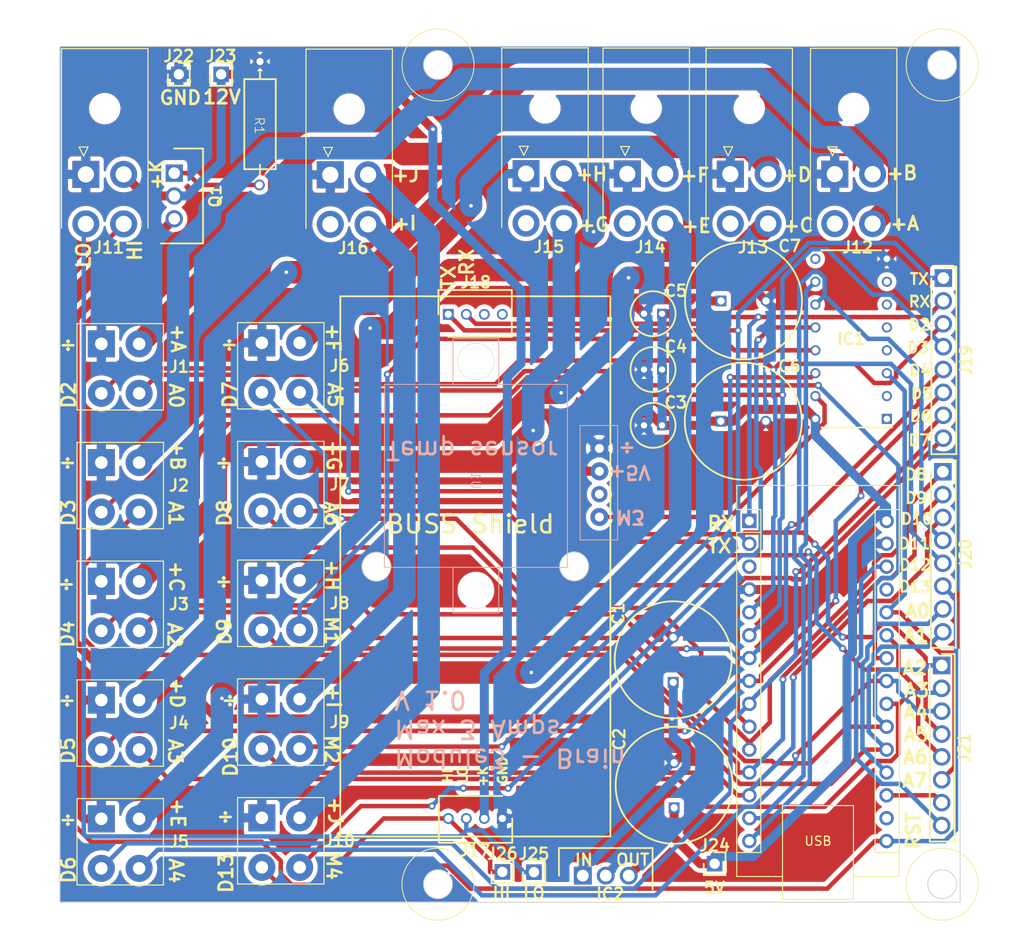
<source format=kicad_pcb>
(kicad_pcb (version 20221018) (generator pcbnew)
  (layers (0 "F.Cu" signal) (31 "B.Cu" signal) (34 "B.Paste" user) (35 "F.Paste" user) (36 "B.SilkS" user "B.Silkscreen") (37 "F.SilkS" user "F.Silkscreen") (38 "B.Mask" user) (39 "F.Mask" user) (44 "Edge.Cuts" user))
  (net 0 "")
  (net 1 "/RX")
  (net 2 "/TX")
  (net 4 "GND")
  (net 5 "/D2")
  (net 6 "/D3")
  (net 7 "/D4")
  (net 8 "/D5")
  (net 9 "/D6")
  (net 10 "/D7")
  (net 11 "/D8")
  (net 12 "/D9")
  (net 13 "/D10")
  (net 14 "/D11")
  (net 15 "/D12")
  (net 16 "/D13")
  (net 18 "/AREF")
  (net 19 "/A0")
  (net 20 "/A1")
  (net 21 "/A2")
  (net 22 "/A3")
  (net 23 "/A4")
  (net 24 "/A5")
  (net 25 "/A6")
  (net 26 "/A7")
  (net 28 "/RST")
  (net 29 "+5V")
  (net 30 "Net-(C1-+)")
  (net 38 "/MUX4")
  (net 39 "/MUX1")
  (net 40 "/MUX2")
  (net 41 "/MUX3")
  (net 42 "/FUSE_A")
  (net 43 "/FUSE_B")
  (net 44 "/FUSE_C")
  (net 45 "/FUSE_D")
  (net 46 "/FUSE_E")
  (net 47 "/FUSE_F")
  (net 48 "/FUSE_G")
  (net 49 "/FUSE_H")
  (net 50 "/FUSE_I")
  (net 51 "/FUSE_J")
  (net 52 "/FUSE_K")
  (net 53 "/Bus_Low")
  (net 54 "/Bus_High")
  (net 62 "/Prope_PMOS_Gate")
  (footprint "Import:39-30-104Y" (layer "F.Cu") (at 87.918883 35.4686 180)
    (fp_text reference "J14")
    (fp_text value "39-30-1040" hide)
  )
  (footprint "Import:39-30-104Y" (layer "F.Cu") (at 99.356283 35.494 180)
    (fp_text reference "J13")
    (fp_text value "39-30-1040" hide)
  )
  (footprint "Import:39-30-104Y" (layer "F.Cu") (at 27.771683 35.5227 180)
    (fp_text reference "J11")
    (fp_text value "39-30-1040" hide)
  )
  (footprint "Import:SHDR8W79P0X254_1X8_2083X241X851P" (layer "F.Cu") (at 122.962683 68.5546 -90)
    (fp_text reference "J20")
    (fp_text value "SSW-108-02-G-S-RA-001" hide)
  )
  (footprint "Import:CAPPRD200W50D500H1100" (layer "F.Cu") (at 91.771483 51.0008 180)
    (fp_text reference "C5")
    (fp_text value "515D225M100JA6AE3" hide)
  )
  (footprint "Import:CAPPRD200W50D500H1100" (layer "F.Cu") (at 91.771483 63.4008 180)
    (fp_text reference "C3")
    (fp_text value "515D225M100JA6AE3" hide)
  )
  (footprint "Import:39-28-1043" (layer "F.Cu") (at 47.321483 106.9966)
    (fp_text reference "J10")
    (fp_text value "39-28-1043" hide)
  )
  (footprint "Costum:Resistor" (layer "F.Cu") (at 48.066283 30.095 -90)
    (fp_text reference "R1")
    (fp_text value "293-10K-RC")
  )
  (footprint "Import:39-28-1043" (layer "F.Cu") (at 47.321483 67.4266)
    (fp_text reference "J7")
    (fp_text value "39-28-1043" hide)
  )
  (footprint "Import:RHDR4W60P0X200_1X4_800X500X450P" (layer "F.Cu") (at 74.033683 107.0676 180)
    (fp_text reference "J17")
    (fp_text value "2314876-4" hide)
  )
  (footprint "Import:39-28-1043" (layer "F.Cu") (at 29.491483 80.726)
    (fp_text reference "J3")
    (fp_text value "39-28-1043" hide)
  )
  (footprint "Module:Arduino_Nano" (layer "F.Cu") (at 101.474283 74.0156)
    (fp_text reference "A1" hide)
    (fp_text value "Arduino_Nano_v3.x")
  )
  (footprint "Import:TO254P469X1042X1967-3P" (layer "F.Cu") (at 37.593283 35.3822 -90)
    (fp_text reference "Q1")
    (fp_text value "IRF4905PBF" hide)
  )
  (footprint "Import:CAPPRD500W60D1300H2200" (layer "F.Cu") (at 98.324683 49.5808)
    (fp_text reference "C7")
    (fp_text value "MAL214250102E3" hide)
  )
  (footprint "Import:39-28-1043" (layer "F.Cu") (at 29.491483 67.536)
    (fp_text reference "J2")
    (fp_text value "39-28-1043" hide)
  )
  (footprint "Import:39-28-1043" (layer "F.Cu") (at 29.491483 93.916)
    (fp_text reference "J4")
    (fp_text value "39-28-1043" hide)
  )
  (footprint "Import:39-30-104Y" (layer "F.Cu") (at 110.960883 35.494 180)
    (fp_text reference "J12")
    (fp_text value "39-30-1040" hide)
  )
  (footprint "Import:CAPPRD500W60D1300H2200" (layer "F.Cu") (at 93.016083 91.9442 90)
    (fp_text reference "C1")
    (fp_text value "MAL214250102E3" hide)
  )
  (footprint "Import:39-30-104Y" (layer "F.Cu") (at 54.924283 35.5702 180)
    (fp_text reference "J16")
    (fp_text value "39-30-1040" hide)
  )
  (footprint "Import:HDRV1W66P0X254_1X1_213X254X1074P" (layer "F.Cu") (at 74.042283 113.0046)
    (fp_text reference "J26")
    (fp_text value "87224-1" hide)
  )
  (footprint "Import:CAPPRD500W60D1300H2200" (layer "F.Cu") (at 93.117683 105.878 90)
    (fp_text reference "C2")
    (fp_text value "MAL214250102E3" hide)
  )
  (footprint "Import:SHDR8W79P0X254_1X8_2083X241X851P" (layer "F.Cu") (at 123.013483 47.0408 -90)
    (fp_text reference "J19")
    (fp_text value "SSW-108-02-G-S-RA-001" hide)
  )
  (footprint "Import:39-28-1043" (layer "F.Cu") (at 47.321483 93.8066)
    (fp_text reference "J9")
    (fp_text value "39-28-1043" hide)
  )
  (footprint "Import:HDRV1W66P0X254_1X1_213X254X1074P" (layer "F.Cu") (at 77.547483 113.03)
    (fp_text reference "J25")
    (fp_text value "87224-1" hide)
  )
  (footprint "Import:CAPPRD500W60D1300H2200" (layer "F.Cu") (at 98.299283 62.9412)
    (fp_text reference "C6")
    (fp_text value "MAL214250102E3" hide)
  )
  (footprint "Import:HDRV1W66P0X254_1X1_213X254X1074P" (layer "F.Cu") (at 38.101283 24.4094)
    (fp_text reference "J22")
    (fp_text value "87224-1" hide)
  )
  (footprint "Import:39-28-1043" (layer "F.Cu") (at 29.491483 107.106)
    (fp_text reference "J5")
    (fp_text value "39-28-1043" hide)
  )
  (footprint "Import:HDRV1W66P0X254_1X1_213X254X1074P" (layer "F.Cu") (at 97.613483 112.0902)
    (fp_text reference "J24")
    (fp_text value "87224-1" hide)
  )
  (footprint "Import:TO255P460X1020X2008-3P" (layer "F.Cu") (at 82.973083 113.419)
    (fp_text reference "IC2")
    (fp_text value "L7805CV-DG" hide)
  )
  (footprint "Import:HDRV1W66P0X254_1X1_213X254X1074P" (layer "F.Cu") (at 42.800283 24.4094)
    (fp_text reference "J23")
    (fp_text value "87224-1" hide)
  )
  (footprint "Import:CAPPRD200W50D500H1100" (layer "F.Cu") (at 91.771483 57.2008 180)
    (fp_text reference "C4")
    (fp_text value "515D225M100JA6AE3" hide)
  )
  (footprint "Import:39-30-104Y" (layer "F.Cu") (at 76.666683 35.4432 180)
    (fp_text reference "J15")
    (fp_text value "39-30-1040" hide)
  )
  (footprint "Import:39-28-1043" (layer "F.Cu") (at 47.321483 54.2366)
    (fp_text reference "J6")
    (fp_text value "39-28-1043" hide)
  )
  (footprint "Import:SHDR8W79P0X254_1X8_2083X241X851P" (layer "F.Cu") (at 122.835683 90.0684 -90)
    (fp_text reference "J21")
    (fp_text value "SSW-108-02-G-S-RA-001" hide)
  )
  (footprint "Import:39-28-1043" (layer "F.Cu") (at 47.321483 80.6166)
    (fp_text reference "J8")
    (fp_text value "39-28-1043" hide)
  )
  (footprint "Import:DIP794W53P254L1930H508Q16N" (layer "F.Cu") (at 112.777283 53.7972 180)
    (fp_text reference "IC1")
    (fp_text value "CD4051BE" hide)
  )
  (footprint "Import:39-28-1043" (layer "F.Cu") (at 29.491483 54.346)
    (fp_text reference "J1")
    (fp_text value "39-28-1043" hide)
  )
  (footprint "Import:RHDR4W60P0X200_1X4_800X500X450P" (layer "F.Cu") (at 68.033683 51.0676)
    (fp_text reference "J18")
    (fp_text value "2314876-4" hide)
  )
  (footprint "Costum:SKU_101020015" (layer "B.Cu") (at 84.811883 73.5838 90)
    (fp_text reference "U1")
    (fp_text value "~")
    (fp_circle (center -8.128 -13.716) (end -10.16 -13.716) (stroke (width 0.05)) (fill none) (layer "Edge.Cuts"))
    (fp_circle (center 17.272 -13.716) (end 19.304 -13.716) (stroke (width 0.05)) (fill none) (layer "Edge.Cuts"))
  )
  (gr_circle (center 122.886483 114.368) (end 126.886483 114.368) (stroke (width 0.1)) (fill none) (layer "F.SilkS"))
  (gr_circle (center 66.886483 23.368) (end 70.886483 23.368) (stroke (width 0.1)) (fill none) (layer "F.SilkS"))
  (gr_circle (center 66.886483 114.368) (end 70.886483 114.368) (stroke (width 0.1)) (fill none) (layer "F.SilkS"))
  (gr_rect (start 56.033683 49.0676) (end 86.033683 109.0676) (stroke (width 0.2)) (fill none) (layer "F.SilkS"))
  (gr_circle (center 122.886483 23.368) (end 126.886483 23.368) (stroke (width 0.1)) (fill none) (layer "F.SilkS"))
  (gr_circle (center 122.886483 114.368) (end 124.486483 114.368) (stroke (width 0.1)) (fill none) (layer "Edge.Cuts"))
  (gr_circle (center 60.046883 79.0954) (end 61.646883 79.0954) (stroke (width 0.1)) (fill none) (layer "Edge.Cuts"))
  (gr_circle (center 122.886483 23.368) (end 124.486483 23.368) (stroke (width 0.1)) (fill none) (layer "Edge.Cuts"))
  (gr_circle (center 66.886483 114.368) (end 68.486483 114.368) (stroke (width 0.1)) (fill none) (layer "Edge.Cuts"))
  (gr_rect (start 24.886483 21.3106) (end 124.886483 116.368) (stroke (width 0.1)) (fill none) (layer "Edge.Cuts"))
  (gr_circle (center 82.017883 79.07) (end 83.617883 79.07) (stroke (width 0.1)) (fill none) (layer "Edge.Cuts"))
  (gr_circle (center 66.886483 23.368) (end 68.486483 23.368) (stroke (width 0.1)) (fill none) (layer "Edge.Cuts"))
  (gr_text "÷\n" (at 86.7664 66.6496) (layer "B.SilkS") (effects (font (size 1.5 1.5) (thickness 0.3)) (justify right bottom mirror)))
  (gr_text "M3" (at 90.043 72.7202 180) (layer "B.SilkS") (effects (font (size 1.5 1.5) (thickness 0.3)) (justify right bottom mirror)))
  (gr_text "+5V" (at 90.6526 67.7418 180) (layer "B.SilkS") (effects (font (size 1.5 1.5) (thickness 0.3)) (justify right bottom mirror)))
  (gr_text "Temp sensor" (at 60.935883 65 180) (layer "B.SilkS") (effects (font (size 2 2) (thickness 0.3)) (justify left bottom mirror)))
  (gr_text "Module3 - Brain\nMax 3 Amps\nV 1.0" (at 61.849 92.7354 180) (layer "B.SilkS") (effects (font (size 2 2) (thickness 0.3)) (justify left bottom mirror)))
  (gr_text "LO" (at 77.547483 115.3668) (layer "F.SilkS") (effects (font (size 1.27 1.27) (thickness 0.254))))
  (gr_text "÷\n" (at 26.8732 68.3514) (layer "F.SilkS") (effects (font (size 1.5 1.5) (thickness 0.3)) (justify right bottom)))
  (gr_text "÷\n" (at 26.8224 94.7674) (layer "F.SilkS") (effects (font (size 1.5 1.5) (thickness 0.3)) (justify right bottom)))
  (gr_text "A1" (at 36.8808 74.7522 270) (layer "F.SilkS") (effects (font (size 1.5 1.5) (thickness 0.3)) (justify right bottom)))
  (gr_text "D13" (at 117.9576 82.0166) (layer "F.SilkS") (effects (font (size 1.2 1.2) (thickness 0.25)) (justify left bottom)))
  (gr_text "RX\n" (at 119.0244 50.3682) (layer "F.SilkS") (effects (font (size 1.2 1.2) (thickness 0.25)) (justify left bottom)))
  (gr_text "÷\n" (at 44.213883 68.3758) (layer "F.SilkS") (effects (font (size 1.5 1.5) (thickness 0.3)) (justify right bottom)))
  (gr_text "÷\n" (at 44.3992 107.6706) (layer "F.SilkS") (effects (font (size 1.5 1.5) (thickness 0.3)) (justify right bottom)))
  (gr_text "HI" (at 73.940683 115.3414) (layer "F.SilkS") (effects (font (size 1.27 1.27) (thickness 0.254))))
  (gr_text "HI\n" (at 68.5546 103.251 90) (layer "F.SilkS") (effects (font (size 1 1) (thickness 0.25)) (justify left bottom)))
  (gr_text "D4" (at 26.5684 84.9376 90) (layer "F.SilkS") (effects (font (size 1.5 1.5) (thickness 0.3)) (justify right bottom)))
  (gr_text "D8" (at 44.036083 71.4746 90) (layer "F.SilkS") (effects (font (size 1.5 1.5) (thickness 0.3)) (justify right bottom)))
  (gr_text "A4" (at 36.9062 114.427 270) (layer "F.SilkS") (effects (font (size 1.5 1.5) (thickness 0.3)) (justify right bottom)))
  (gr_text "RX" (at 96.647 75.1586) (layer "F.SilkS") (effects (font (size 1.5 1.5) (thickness 0.3)) (justify left bottom)))
  (gr_text "A0" (at 118.5926 84.8868) (layer "F.SilkS") (effects (font (size 1.5 1.5) (thickness 0.3)) (justify left bottom)))
  (gr_text "D12" (at 117.983 79.6036) (layer "F.SilkS") (effects (font (size 1.2 1.2) (thickness 0.25)) (justify left bottom)))
  (gr_text "A3" (at 36.83 101.1682 270) (layer "F.SilkS") (effects (font (size 1.5 1.5) (thickness 0.3)) (justify right bottom)))
  (gr_text "D7" (at 118.999 65.7606) (layer "F.SilkS") (effects (font (size 1.2 1.2) (thickness 0.25)) (justify left bottom)))
  (gr_text "÷\n" (at 44.831 55.245) (layer "F.SilkS") (effects (font (size 1.5 1.5) (thickness 0.3)) (justify right bottom)))
  (gr_text "+H" (at 54.2798 81.9658 270) (layer "F.SilkS") (effects (font (size 1.5 1.5) (thickness 0.3)) (justify right bottom)))
  (gr_text "+I" (at 64.6684 41.8338) (layer "F.SilkS") (effects (font (size 1.5 1.5) (thickness 0.3)) (justify right bottom)))
  (gr_text "A1" (at 118.4402 87.5792) (layer "F.SilkS") (effects (font (size 1.5 1.5) (thickness 0.3)) (justify left bottom)))
  (gr_text "D6" (at 119.1514 63.0682) (layer "F.SilkS") (effects (font (size 1.2 1.2) (thickness 0.25)) (justify left bottom)))
  (gr_text "A5" (at 54.5592 61.595 -90) (layer "F.SilkS") (effects (font (size 1.5 1.5) (thickness 0.3)) (justify right bottom)))
  (gr_text "5V" (at 97.588083 114.7826) (layer "F.SilkS") (effects (font (size 1.27 1.27) (thickness 0.254))))
  (gr_text "D7\n" (at 44.6532 58.3438 90) (layer "F.SilkS") (effects (font (size 1.5 1.5) (thickness 0.3)) (justify right bottom)))
  (gr_text "+D" (at 108.5596 36.449) (layer "F.SilkS") (effects (font (size 1.5 1.5) (thickness 0.3)) (justify right bottom)))
  (gr_text "A0" (at 36.9316 61.6712 -90) (layer "F.SilkS") (effects (font (size 1.5 1.5) (thickness 0.3)) (justify right bottom)))
  (gr_text "D9" (at 118.6434 72.1614) (layer "F.SilkS") (effects (font (size 1.2 1.2) (thickness 0.25)) (justify left bottom)))
  (gr_text "D6" (at 26.7208 111.125 90) (layer "F.SilkS") (effects (font (size 1.5 1.5) (thickness 0.3)) (justify right bottom)))
  (gr_text "+H" (at 85.852 36.3728) (layer "F.SilkS") (effects (font (size 1.5 1.5) (thickness 0.3)) (justify right bottom)))
  (gr_text "+D" (at 37.0332 94.996 270) (layer "F.SilkS") (effects (font (size 1.5 1.5) (thickness 0.3)) (justify right bottom)))
  (gr_text "A6" (at 54.221483 74.7766 270) (layer "F.SilkS") (effects (font (size 1.5 1.5) (thickness 0.3)) (justify right bottom)))
  (gr_text "LO" (at 28.3972 42.926 90) (layer "F.SilkS") (effects (font (size 1.5 1.5) (thickness 0.3)) (justify right bottom)))
  (gr_text "A6" (at 118.364 101.1174) (layer "F.SilkS") (effects (font (size 1.5 1.5) (thickness 0.3)) (justify left bottom)))
  (gr_text "D10" (at 44.7294 97.8546 90) (layer "F.SilkS") (effects (font (size 1.5 1.5) (thickness 0.3)) (justify right bottom)))
  (gr_text "LO\n" (at 70.231 103.3272 90) (layer "F.SilkS") (effects (font (size 1 1) (thickness 0.25)) (justify left bottom)))
  (gr_text "+B" (at 120.2944 36.2458) (layer "F.SilkS") (effects (font (size 1.5 1.5) (thickness 0.3)) (justify right bottom)))
  (gr_text "A4" (at 118.4148 96.1644) (layer "F.SilkS") (effects (font (size 1.5 1.5) (thickness 0.3)) (justify left bottom)))
  (gr_text "÷\n" (at 44.9072 94.7558) (layer "F.SilkS") (effects (font (size 1.5 1.5) (thickness 0.3)) (justify right bottom)))
  (gr_text "M1" (at 54.221483 87.9666 270) (layer "F.SilkS") (effects (font (size 1.5 1.5) (thickness 0.3)) (justify right bottom)))
  (gr_text "D2" (at 26.7462 58.3692 90) (layer "F.SilkS") (effects (font (size 1.5 1.5) (thickness 0.3)) (justify right bottom)))
  (gr_text "+K" (at 36.5252 33.6804 90) (layer "F.SilkS") (effects (font (size 1.5 1.5) (thickness 0.3)) (justify right bottom)))
  (gr_text "D8" (at 118.6434 69.5706) (layer "F.SilkS") (effects (font (size 1.2 1.2) (thickness 0.25)) (justify left bottom)))
  (gr_text "D5" (at 119.2784 60.579) (layer "F.SilkS") (effects (font (size 1.2 1.2) (thickness 0.25)) (justify left bottom)))
  (gr_text "A5" (at 118.4402 98.6536) (layer "F.SilkS") (effects (font (size 1.5 1.5) (thickness 0.3)) (justify left bottom)))
  (gr_text "D4" (at 119.1006 58.0136) (layer "F.SilkS") (effects (font (size 1.2 1.2) (thickness 0.25)) (justify left bottom)))
  (gr_text "A3" (at 118.5164 93.726) (layer "F.SilkS") (effects (font (size 1.5 1.5) (thickness 0.3)) (justify left bottom)))
  (gr_text "A7" (at 118.2878 103.7336) (layer "F.SilkS") (effects (font (size 1.5 1.5) (thickness 0.3)) (justify left bottom)))
  (gr_text "+E" (at 37.1094 108.2548 270) (layer "F.SilkS") (effects (font (size 1.5 1.5) (thickness 0.3)) (justify right bottom)))
  (gr_text "÷\n" (at 26.8986 108.0262) (layer "F.SilkS") (effects (font (size 1.5 1.5) (thickness 0.3)) (justify right bottom)))
  (gr_text "A2" (at 118.3132 91.2368) (layer "F.SilkS") (effects (font (size 1.5 1.5) (thickness 0.3)) (justify left bottom)))
  (gr_text "+K" (at 72.4662 103.6574 90) (layer "F.SilkS") (effects (font (size 1 1) (thickness 0.25)) (justify left bottom)))
  (gr_text "+A\n" (at 120.4976 41.8592) (layer "F.SilkS") (effects (font (size 1.5 1.5) (thickness 0.3)) (justify right bottom)))
  (gr_text "RST\n" (at 120.5738 110.6932 90) (layer "F.SilkS") (effects (font (size 1.5 1.5) (thickness 0.3)) (justify left bottom)))
  (gr_text "D11" (at 117.9068 77.2414) (layer "F.SilkS") (effects (font (size 1.2 1.2) (thickness 0.25)) (justify left bottom)))
  (gr_text "12V" (at 40.615883 27.813) (layer "F.SilkS") (effects (font (size 1.5 1.5) (thickness 0.3)) (justify left bottom)))
  (gr_text "GND" (at 35.789883 27.8892) (layer "F.SilkS") (effects (font (size 1.5 1.5) (thickness 0.3)) (justify left bottom)))
  (gr_text "÷\n" (at 26.7462 81.8388) (layer "F.SilkS") (effects (font (size 1.5 1.5) (thickness 0.3)) (justify right bottom)))
  (gr_text "D2" (at 119.0244 52.9336) (layer "F.SilkS") (effects (font (size 1.2 1.2) (thickness 0.25)) (justify left bottom)))
  (gr_text "TX" (at 68.9356 45.466 90) (layer "F.SilkS") (effects (font (size 1.5 1.5) (thickness 0.3)) (justify right bottom)))
  (gr_text "TX" (at 119.1514 47.8536) (layer "F.SilkS") (effects (font (size 1.2 1.2) (thickness 0.25)) (justify left bottom)))
  (gr_text "HI" (at 34.0868 42.6212 90) (layer "F.SilkS") (effects (font (size 1.5 1.5) (thickness 0.3)) (justify right bottom)))
  (gr_text "A2" (at 36.7538 88.2396 270) (layer "F.SilkS") (effects (font (size 1.5 1.5) (thickness 0.3)) (justify right bottom)))
  (gr_text "+C" (at 108.7628 42.0624) (layer "F.SilkS") (effects (font (size 1.5 1.5) (thickness 0.3)) (justify right bottom)))
  (gr_text "D10\n" (at 118.1608 74.4982) (layer "F.SilkS") (effects (font (size 1.2 1.2) (thickness 0.25)) (justify left bottom)))
  (gr_text "RX" (at 70.9676 43.6118 90) (layer "F.SilkS") (effects (font (size 1.5 1.5) (thickness 0.3)) (justify right bottom)))
  (gr_text "+I" (at 54.424683 94.9844 270) (layer "F.SilkS") (effects (font (size 1.5 1.5) (thickness 0.3)) (justify right bottom)))
  (gr_text "BUSS Shield" (at 80 75.5396) (layer "F.SilkS") (effects (font (size 2 2) (thickness 0.3)) (justify right bottom)))
  (gr_text "+G" (at 86.0552 41.9862) (layer "F.SilkS") (effects (font (size 1.5 1.5) (thickness 0.3)) (justify right bottom)))
  (gr_text "+J" (at 54.61 107.8992 270) (layer "F.SilkS") (effects (font (size 1.5 1.5) (thickness 0.3)) (justify right bottom)))
  (gr_text "+C" (at 36.957 82.0674 270) (layer "F.SilkS") (effects (font (size 1.5 1.5) (thickness 0.3)) (justify right bottom)))
  (gr_text "÷\n" (at 26.924 55.2704) (layer "F.SilkS") (effects (font (size 1.5 1.5) (thickness 0.3)) (justify right bottom)))
  (gr_text "D9" (at 44.036083 84.6646 90) (layer "F.SilkS") (effects (font (size 1.5 1.5) (thickness 0.3)) (justify right bottom)))
  (gr_text "+E" (at 97.3836 42.1132) (layer "F.SilkS") (effects (font (size 1.5 1.5) (thickness 0.3)) (justify right bottom)))
  (gr_text "+A" (at 37.1348 55.499 -90) (layer "F.SilkS") (effects (font (size 1.5 1.5) (thickness 0.3)) (justify right bottom)))
  (gr_text "TX\n" (at 96.6724 77.6986) (layer "F.SilkS") (effects (font (size 1.5 1.5) (thickness 0.3)) (justify left bottom)))
  (gr_text "M4" (at 54.4068 114.0714 270) (layer "F.SilkS") (effects (font (size 1.5 1.5) (thickness 0.3)) (justify right bottom)))
  (gr_text "D13" (at 44.2214 110.7694 90) (layer "F.SilkS") (effects (font (size 1.5 1.5) (thickness 0.3)) (justify right bottom)))
  (gr_text "+F" (at 97.1804 36.4998) (layer "F.SilkS") (effects (font (size 1.5 1.5) (thickness 0.3)) (justify right bottom)))
  (gr_text "D3" (at 118.8466 55.499) (layer "F.SilkS") (effects (font (size 1.2 1.2) (thickness 0.25)) (justify left bottom)))
  (gr_text "GND" (at 74.6506 103.4288 90) (layer "F.SilkS") (effects (font (size 1 1) (thickness 0.25)) (justify left bottom)))
  (gr_text "÷\n" (at 44.213883 81.5658) (layer "F.SilkS") (effects (font (size 1.5 1.5) (thickness 0.3)) (justify right bottom)))
  (gr_text "M2" (at 54.221483 101.1566 270) (layer "F.SilkS") (effects (font (size 1.5 1.5) (thickness 0.3)) (justify right bottom)))
  (gr_text "D3" (at 26.6954 71.4502 90) (layer "F.SilkS") (effects (font (size 1.5 1.5) (thickness 0.3)) (justify right bottom)))
  (gr_text "+J" (at 64.9986 36.4744) (layer "F.SilkS") (effects (font (size 1.5 1.5) (thickness 0.3)) (justify right bottom)))
  (gr_text "+F" (at 54.356 55.4228 -90) (layer "F.SilkS") (effects (font (size 1.5 1.5) (thickness 0.3)) (justify right bottom)))
  (gr_text "+G" (at 54.424683 68.6044 270) (layer "F.SilkS") (effects (font (size 1.5 1.5) (thickness 0.3)) (justify right bottom)))
  (gr_text "D5" (at 26.6446 97.8662 90) (layer "F.SilkS") (effects (font (size 1.5 1.5) (thickness 0.3)) (justify right bottom)))
  (gr_text "+B" (at 37.084 68.58 270) (layer "F.SilkS") (effects (font (size 1.5 1.5) (thickness 0.3)) (justify right bottom)))
  (segment (start 96.376583 52.1205) (end 71.086583 52.1205) (width 0.5) (layer "F.Cu") (net 1))
  (segment (start 121.222383 51.3719) (end 102.469583 51.3719) (width 0.5) (layer "F.Cu") (net 1))
  (segment (start 97.125183 51.3719) (end 96.376583 52.1205) (width 0.5) (layer "F.Cu") (net 1))
  (segment (start 123.013483 49.5808) (end 121.222383 51.3719) (width 0.5) (layer "F.Cu") (net 1))
  (segment (start 71.086583 52.1205) (end 70.033683 51.0676) (width 0.5) (layer "F.Cu") (net 1))
  (segment (start 102.469583 51.3719) (end 97.125183 51.3719) (width 0.5) (layer "F.Cu") (net 1))
  (via (at 102.469583 51.3719) (size 0.8) (drill 0.4) (layers "F.Cu" "B.Cu") (net 1))
  (segment (start 101.474283 72.7156) (end 101.474283 52.3672) (width 0.5) (layer "B.Cu") (net 1))
  (segment (start 101.474283 74.0156) (end 101.474283 72.7156) (width 0.5) (layer "B.Cu") (net 1))
  (segment (start 101.474283 52.3672) (end 102.469583 51.3719) (width 0.5) (layer "B.Cu") (net 1))
  (segment (start 68.033683 51.0676) (end 69.818983 52.8529) (width 0.5) (layer "F.Cu") (net 2))
  (segment (start 69.818983 52.8529) (end 100.224183 52.8529) (width 0.5) (layer "F.Cu") (net 2))
  (via (at 100.224183 52.8529) (size 0.8) (drill 0.4) (layers "F.Cu" "B.Cu") (net 2))
  (segment (start 108.070083 43.1419) (end 117.639583 43.1419) (width 0.5) (layer "B.Cu") (net 2))
  (segment (start 100.224183 52.8529) (end 100.224183 50.9878) (width 0.5) (layer "B.Cu") (net 2))
  (segment (start 123.013483 47.0408) (end 121.538483 47.0408) (width 0.5) (layer "B.Cu") (net 2))
  (segment (start 101.474283 76.5556) (end 100.224183 75.3055) (width 0.5) (layer "B.Cu") (net 2))
  (segment (start 100.224183 75.3055) (end 100.224183 52.8529) (width 0.5) (layer "B.Cu") (net 2))
  (segment (start 117.639583 43.1419) (end 121.538483 47.0408) (width 0.5) (layer "B.Cu") (net 2))
  (segment (start 100.224183 50.9878) (end 108.070083 43.1419) (width 0.5) (layer "B.Cu") (net 2))
  (segment (start 117.101083 58.694) (end 117.767183 58.0279) (width 0.5) (layer "F.Cu") (net 5))
  (segment (start 103.121783 56.1997) (end 75.892083 56.1997) (width 0.5) (layer "F.Cu") (net 5))
  (segment (start 75.892083 56.1997) (end 73.267283 58.8245) (width 0.5) (layer "F.Cu") (net 5))
  (segment (start 117.767183 57.3671) (end 123.013483 52.1208) (width 0.5) (layer "F.Cu") (net 5))
  (segment (start 104.140883 57.2188) (end 104.791183 56.5685) (width 0.5) (layer "F.Cu") (net 5))
  (segment (start 32.260583 57.0769) (end 29.491483 59.846) (width 0.5) (layer "F.Cu") (net 5))
  (segment (start 113.224083 56.5685) (end 115.349583 58.694) (width 0.5) (layer "F.Cu") (net 5))
  (segment (start 55.632283 58.8245) (end 53.884683 57.0769) (width 0.5) (layer "F.Cu") (net 5))
  (segment (start 73.267283 58.8245) (end 55.632283 58.8245) (width 0.5) (layer "F.Cu") (net 5))
  (segment (start 53.884683 57.0769) (end 32.260583 57.0769) (width 0.5) (layer "F.Cu") (net 5))
  (segment (start 104.140883 57.2188) (end 103.121783 56.1997) (width 0.5) (layer "F.Cu") (net 5))
  (segment (start 104.791183 56.5685) (end 113.224083 56.5685) (width 0.5) (layer "F.Cu") (net 5))
  (segment (start 115.349583 58.694) (end 117.101083 58.694) (width 0.5) (layer "F.Cu") (net 5))
  (segment (start 117.767183 58.0279) (end 117.767183 57.3671) (width 0.5) (layer "F.Cu") (net 5))
  (via (at 104.140883 57.2188) (size 0.8) (drill 0.4) (layers "F.Cu" "B.Cu") (net 5))
  (segment (start 104.140883 57.2188) (end 104.140883 60.1973) (width 0.5) (layer "B.Cu") (net 5))
  (segment (start 104.131683 73.6618) (end 104.131683 81.5182) (width 0.5) (layer "B.Cu") (net 5))
  (segment (start 104.351383 73.4421) (end 104.131683 73.6618) (width 0.5) (layer "B.Cu") (net 5))
  (segment (start 104.131683 81.5182) (end 101.474283 84.1756) (width 0.5) (layer "B.Cu") (net 5))
  (segment (start 104.140883 60.1973) (end 104.351383 60.4078) (width 0.5) (layer "B.Cu") (net 5))
  (segment (start 104.351383 60.4078) (end 104.351383 73.4421) (width 0.5) (layer "B.Cu") (net 5))
  (segment (start 33.718183 70.286) (end 32.241483 70.286) (width 0.5) (layer "F.Cu") (net 6))
  (segment (start 81.271583 58.0817) (end 76.817483 58.0817) (width 0.5) (layer "F.Cu") (net 6))
  (segment (start 83.203983 60.0141) (end 81.271583 58.0817) (width 0.5) (layer "F.Cu") (net 6))
  (segment (start 41.718583 62.2856) (end 33.718183 70.286) (width 0.5) (layer "F.Cu") (net 6))
  (segment (start 105.159883 60.0141) (end 83.203983 60.0141) (width 0.5) (layer "F.Cu") (net 6))
  (segment (start 76.817483 58.0817) (end 72.613583 62.2856) (width 0.5) (layer "F.Cu") (net 6))
  (segment (start 32.241483 70.286) (end 29.491483 73.036) (width 0.5) (layer "F.Cu") (net 6))
  (segment (start 72.613583 62.2856) (end 41.718583 62.2856) (width 0.5) (layer "F.Cu") (net 6))
  (via (at 105.159883 60.0141) (size 0.8) (drill 0.4) (layers "F.Cu" "B.Cu") (net 6))
  (segment (start 105.159883 47.0657) (end 108.383483 43.8421) (width 0.5) (layer "B.Cu") (net 6))
  (segment (start 115.155683 48.8853) (end 117.237983 48.8853) (width 0.5) (layer "B.Cu") (net 6))
  (segment (start 104.838683 73.9451) (end 105.159883 73.6239) (width 0.5) (layer "B.Cu") (net 6))
  (segment (start 105.159883 73.6239) (end 105.159883 60.0141) (width 0.5) (layer "B.Cu") (net 6))
  (segment (start 108.383483 43.8421) (end 110.112483 43.8421) (width 0.5) (layer "B.Cu") (net 6))
  (segment (start 117.237983 48.8853) (end 123.013483 54.6608) (width 0.5) (layer "B.Cu") (net 6))
  (segment (start 101.474283 86.7156) (end 104.838683 83.3512) (width 0.5) (layer "B.Cu") (net 6))
  (segment (start 110.112483 43.8421) (end 115.155683 48.8853) (width 0.5) (layer "B.Cu") (net 6))
  (segment (start 104.838683 83.3512) (end 104.838683 73.9451) (width 0.5) (layer "B.Cu") (net 6))
  (segment (start 105.159883 60.0141) (end 105.159883 47.0657) (width 0.5) (layer "B.Cu") (net 6))
  (segment (start 120.281083 60.9703) (end 120.281083 59.9332) (width 0.5) (layer "F.Cu") (net 7))
  (segment (start 87.154383 84.3851) (end 90.979183 88.2099) (width 0.5) (layer "F.Cu") (net 7))
  (segment (start 29.491483 86.226) (end 32.319283 83.3982) (width 0.5) (layer "F.Cu") (net 7))
  (segment (start 58.284683 83.3982) (end 59.271583 84.3851) (width 0.5) (layer "F.Cu") (net 7))
  (segment (start 106.153683 74.4171) (end 106.834283 74.4171) (width 0.5) (layer "F.Cu") (net 7))
  (segment (start 106.834283 74.4171) (end 120.281083 60.9703) (width 0.5) (layer "F.Cu") (net 7))
  (segment (start 59.271583 84.3851) (end 87.154383 84.3851) (width 0.5) (layer "F.Cu") (net 7))
  (segment (start 90.979183 88.2099) (end 94.515983 88.2099) (width 0.5) (layer "F.Cu") (net 7))
  (segment (start 32.319283 83.3982) (end 58.284683 83.3982) (width 0.5) (layer "F.Cu") (net 7))
  (segment (start 120.281083 59.9332) (end 123.013483 57.2008) (width 0.5) (layer "F.Cu") (net 7))
  (via (at 94.515983 88.2099) (size 0.8) (drill 0.4) (layers "F.Cu" "B.Cu") (net 7))
  (via (at 106.153683 74.4171) (size 0.8) (drill 0.4) (layers "F.Cu" "B.Cu") (net 7))
  (segment (start 105.538883 85.191) (end 105.538883 75.0319) (width 0.5) (layer "B.Cu") (net 7))
  (segment (start 101.474283 89.2556) (end 100.174283 89.2556) (width 0.5) (layer "B.Cu") (net 7))
  (segment (start 101.474283 89.2556) (end 105.538883 85.191) (width 0.5) (layer "B.Cu") (net 7))
  (segment (start 100.174283 89.2556) (end 99.128583 88.2099) (width 0.5) (layer "B.Cu") (net 7))
  (segment (start 99.128583 88.2099) (end 94.515983 88.2099) (width 0.5) (layer "B.Cu") (net 7))
  (segment (start 105.538883 75.0319) (end 106.153683 74.4171) (width 0.5) (layer "B.Cu") (net 7))
  (segment (start 29.491483 99.416) (end 31.568783 97.3387) (width 0.5) (layer "F.Cu") (net 8))
  (segment (start 31.568783 97.3387) (end 94.318583 97.3387) (width 0.5) (layer "F.Cu") (net 8))
  (segment (start 113.871183 71.2297) (end 113.871183 68.8831) (width 0.5) (layer "F.Cu") (net 8))
  (segment (start 101.474283 91.7956) (end 102.774283 91.7956) (width 0.5) (layer "F.Cu") (net 8))
  (segment (start 102.774283 91.1891) (end 111.070483 82.8929) (width 0.5) (layer "F.Cu") (net 8))
  (segment (start 113.871183 68.8831) (end 123.013483 59.7408) (width 0.5) (layer "F.Cu") (net 8))
  (segment (start 102.774283 91.7956) (end 102.774283 91.1891) (width 0.5) (layer "F.Cu") (net 8))
  (via (at 94.318583 97.3387) (size 0.8) (drill 0.4) (layers "F.Cu" "B.Cu") (net 8))
  (via (at 111.070483 82.8929) (size 0.8) (drill 0.4) (layers "F.Cu" "B.Cu") (net 8))
  (via (at 113.871183 71.2297) (size 0.8) (drill 0.4) (layers "F.Cu" "B.Cu") (net 8))
  (segment (start 100.174283 91.7956) (end 94.631183 97.3387) (width 0.5) (layer "B.Cu") (net 8))
  (segment (start 111.070483 82.8929) (end 111.070483 74.0304) (width 0.5) (layer "B.Cu") (net 8))
  (segment (start 94.631183 97.3387) (end 94.318583 97.3387) (width 0.5) (layer "B.Cu") (net 8))
  (segment (start 101.474283 91.7956) (end 100.174283 91.7956) (width 0.5) (layer "B.Cu") (net 8))
  (segment (start 111.070483 74.0304) (end 113.871183 71.2297) (width 0.5) (layer "B.Cu") (net 8))
  (segment (start 121.035883 65.6714) (end 121.035883 64.2584) (width 0.5) (layer "F.Cu") (net 9))
  (segment (start 106.639983 79.6571) (end 107.050183 79.6571) (width 0.5) (layer "F.Cu") (net 9))
  (segment (start 121.035883 64.2584) (end 123.013483 62.2808) (width 0.5) (layer "F.Cu") (net 9))
  (segment (start 107.050183 79.6571) (end 121.035883 65.6714) (width 0.5) (layer "F.Cu") (net 9))
  (via (at 106.639983 79.6571) (size 0.8) (drill 0.4) (layers "F.Cu" "B.Cu") (net 9))
  (segment (start 29.491483 112.606) (end 32.262283 109.8352) (width 0.5) (layer "B.Cu") (net 9))
  (segment (start 101.474283 94.1475) (end 106.639983 88.9818) (width 0.5) (layer "B.Cu") (net 9))
  (segment (start 88.676983 114.8592) (end 99.369683 104.1665) (width 0.5) (layer "B.Cu") (net 9))
  (segment (start 99.369683 96.4402) (end 101.474283 94.3356) (width 0.5) (layer "B.Cu") (net 9))
  (segment (start 99.369683 104.1665) (end 99.369683 96.4402) (width 0.5) (layer "B.Cu") (net 9))
  (segment (start 106.639983 88.9818) (end 106.639983 79.6571) (width 0.5) (layer "B.Cu") (net 9))
  (segment (start 101.474283 94.3356) (end 101.474283 94.1475) (width 0.5) (layer "B.Cu") (net 9))
  (segment (start 73.476783 114.8592) (end 88.676983 114.8592) (width 0.5) (layer "B.Cu") (net 9))
  (segment (start 32.262283 109.8352) (end 68.452783 109.8352) (width 0.5) (layer "B.Cu") (net 9))
  (segment (start 68.452783 109.8352) (end 73.476783 114.8592) (width 0.5) (layer "B.Cu") (net 9))
  (segment (start 68.901883 73.7676) (end 56.208683 73.7676) (width 0.5) (layer "F.Cu") (net 10))
  (segment (start 100.182183 95.5835) (end 100.182183 81.1541) (width 0.5) (layer "F.Cu") (net 10))
  (segment (start 107.327083 80.5072) (end 123.013483 64.8208) (width 0.5) (layer "F.Cu") (net 10))
  (segment (start 106.287883 80.5072) (end 107.327083 80.5072) (width 0.5) (layer "F.Cu") (net 10))
  (segment (start 100.970583 80.3657) (end 106.146383 80.3657) (width 0.5) (layer "F.Cu") (net 10))
  (segment (start 101.474283 96.8756) (end 100.182183 95.5835) (width 0.5) (layer "F.Cu") (net 10))
  (segment (start 106.146383 80.3657) (end 106.287883 80.5072) (width 0.5) (layer "F.Cu") (net 10))
  (segment (start 100.182183 81.1541) (end 100.970583 80.3657) (width 0.5) (layer "F.Cu") (net 10))
  (segment (start 76.288383 81.1541) (end 68.901883 73.7676) (width 0.5) (layer "F.Cu") (net 10))
  (segment (start 100.182183 81.1541) (end 76.288383 81.1541) (width 0.5) (layer "F.Cu") (net 10))
  (via (at 56.208683 73.7676) (size 0.8) (drill 0.4) (layers "F.Cu" "B.Cu") (net 10))
  (segment (start 54.393383 66.8085) (end 47.321483 59.7366) (width 0.5) (layer "B.Cu") (net 10))
  (segment (start 54.393383 71.9523) (end 54.393383 66.8085) (width 0.5) (layer "B.Cu") (net 10))
  (segment (start 56.208683 73.7676) (end 54.393383 71.9523) (width 0.5) (layer "B.Cu") (net 10))
  (segment (start 51.367883 76.973) (end 70.766883 76.973) (width 0.5) (layer "F.Cu") (net 11))
  (segment (start 118.954683 72.5626) (end 122.962683 68.5546) (width 0.5) (layer "F.Cu") (net 11))
  (segment (start 77.478783 83.6849) (end 91.244683 83.6849) (width 0.5) (layer "F.Cu") (net 11))
  (segment (start 101.481583 98.6558) (end 103.739483 96.3979) (width 0.5) (layer "F.Cu") (net 11))
  (segment (start 103.739483 96.3979) (end 103.739483 91.7996) (width 0.5) (layer "F.Cu") (net 11))
  (segment (start 70.766883 76.973) (end 77.478783 83.6849) (width 0.5) (layer "F.Cu") (net 11))
  (segment (start 116.159783 77.8256) (end 117.269883 77.8256) (width 0.5) (layer "F.Cu") (net 11))
  (segment (start 91.244683 83.6849) (end 96.114983 88.5552) (width 0.5) (layer "F.Cu") (net 11))
  (segment (start 115.325183 80.2139) (end 115.325183 78.6602) (width 0.5) (layer "F.Cu") (net 11))
  (segment (start 47.321483 72.9266) (end 51.367883 76.973) (width 0.5) (layer "F.Cu") (net 11))
  (segment (start 117.269883 77.8256) (end 118.954683 76.1408) (width 0.5) (layer "F.Cu") (net 11))
  (segment (start 103.739483 91.7996) (end 115.325183 80.2139) (width 0.5) (layer "F.Cu") (net 11))
  (segment (start 96.114983 93.2892) (end 101.481583 98.6558) (width 0.5) (layer "F.Cu") (net 11))
  (segment (start 118.954683 76.1408) (end 118.954683 72.5626) (width 0.5) (layer "F.Cu") (net 11))
  (segment (start 96.114983 88.5552) (end 96.114983 93.2892) (width 0.5) (layer "F.Cu") (net 11))
  (segment (start 115.325183 78.6602) (end 116.159783 77.8256) (width 0.5) (layer "F.Cu") (net 11))
  (segment (start 101.474283 99.4156) (end 101.474283 98.6631) (width 0.5) (layer "F.Cu") (net 11))
  (segment (start 101.474283 98.6631) (end 101.481583 98.6558) (width 0.5) (layer "F.Cu") (net 11))
  (segment (start 100.174283 100.9505) (end 87.413183 88.1894) (width 0.5) (layer "F.Cu") (net 12))
  (segment (start 49.394283 88.1894) (end 47.321483 86.1166) (width 0.5) (layer "F.Cu") (net 12))
  (segment (start 117.237283 80.3656) (end 119.817283 77.7856) (width 0.5) (layer "F.Cu") (net 12))
  (segment (start 119.817283 77.7856) (end 119.817283 74.24) (width 0.5) (layer "F.Cu") (net 12))
  (segment (start 116.163783 80.3656) (end 117.237283 80.3656) (width 0.5) (layer "F.Cu") (net 12))
  (segment (start 119.817283 74.24) (end 122.962683 71.0946) (width 0.5) (layer "F.Cu") (net 12))
  (segment (start 105.200083 91.3293) (end 116.163783 80.3656) (width 0.5) (layer "F.Cu") (net 12))
  (segment (start 101.474283 101.9556) (end 100.174283 101.9556) (width 0.5) (layer "F.Cu") (net 12))
  (segment (start 105.200083 91.624) (end 105.200083 91.3293) (width 0.5) (layer "F.Cu") (net 12))
  (segment (start 87.413183 88.1894) (end 49.394283 88.1894) (width 0.5) (layer "F.Cu") (net 12))
  (segment (start 100.174283 101.9556) (end 100.174283 100.9505) (width 0.5) (layer "F.Cu") (net 12))
  (via (at 105.200083 91.624) (size 0.8) (drill 0.4) (layers "F.Cu" "B.Cu") (net 12))
  (segment (start 105.200083 98.2298) (end 105.200083 91.624) (width 0.5) (layer "B.Cu") (net 12))
  (segment (start 101.474283 101.9556) (end 105.200083 98.2298) (width 0.5) (layer "B.Cu") (net 12))
  (segment (start 49.991883 101.977) (end 47.321483 99.3066) (width 0.5) (layer "F.Cu") (net 13))
  (segment (start 121.217483 75.3798) (end 122.962683 73.6346) (width 0.5) (layer "F.Cu") (net 13))
  (segment (start 97.655683 101.977) (end 49.991883 101.977) (width 0.5) (layer "F.Cu") (net 13))
  (segment (start 106.355583 91.3978) (end 106.355583 91.1641) (width 0.5) (layer "F.Cu") (net 13))
  (segment (start 106.355583 91.1641) (end 114.614083 82.9056) (width 0.5) (layer "F.Cu") (net 13))
  (segment (start 117.224683 82.9056) (end 121.217483 78.9128) (width 0.5) (layer "F.Cu") (net 13))
  (segment (start 101.474283 104.4956) (end 100.174283 104.4956) (width 0.5) (layer "F.Cu") (net 13))
  (segment (start 121.217483 78.9128) (end 121.217483 75.3798) (width 0.5) (layer "F.Cu") (net 13))
  (segment (start 114.614083 82.9056) (end 117.224683 82.9056) (width 0.5) (layer "F.Cu") (net 13))
  (segment (start 100.174283 104.4956) (end 97.655683 101.977) (width 0.5) (layer "F.Cu") (net 13))
  (via (at 106.355583 91.3978) (size 0.8) (drill 0.4) (layers "F.Cu" "B.Cu") (net 13))
  (segment (start 101.474283 104.0197) (end 101.474283 104.4956) (width 0.5) (layer "B.Cu") (net 13))
  (segment (start 106.355583 99.1384) (end 101.474283 104.0197) (width 0.5) (layer "B.Cu") (net 13))
  (segment (start 106.355583 91.3978) (end 106.355583 99.1384) (width 0.5) (layer "B.Cu") (net 13))
  (segment (start 108.807283 49.9872) (end 109.833783 48.9607) (width 0.5) (layer "B.Cu") (net 14))
  (segment (start 114.670283 53.7972) (end 116.915983 53.7972) (width 0.5) (layer "B.Cu") (net 14))
  (segment (start 109.833783 48.9607) (end 114.670283 53.7972) (width 0.5) (layer "B.Cu") (net 14))
  (segment (start 120.583583 73.7955) (end 122.962683 76.1746) (width 0.5) (layer "B.Cu") (net 14))
  (segment (start 107.490083 102.3198) (end 107.490083 79.1705) (width 0.5) (layer "B.Cu") (net 14))
  (segment (start 109.193083 46.3814) (end 109.833783 47.0221) (width 0.5) (layer "B.Cu") (net 14))
  (segment (start 101.474283 107.0356) (end 102.774283 107.0356) (width 0.5) (layer "B.Cu") (net 14))
  (segment (start 107.003783 74.7693) (end 107.003783 47.8141) (width 0.5) (layer "B.Cu") (net 14))
  (segment (start 107.003783 47.8141) (end 108.436483 46.3814) (width 0.5) (layer "B.Cu") (net 14))
  (segment (start 106.471783 78.1522) (end 106.471783 75.3013) (width 0.5) (layer "B.Cu") (net 14))
  (segment (start 107.490083 79.1705) (end 106.471783 78.1522) (width 0.5) (layer "B.Cu") (net 14))
  (segment (start 106.471783 75.3013) (end 107.003783 74.7693) (width 0.5) (layer "B.Cu") (net 14))
  (segment (start 108.436483 46.3814) (end 109.193083 46.3814) (width 0.5) (layer "B.Cu") (net 14))
  (segment (start 120.583583 57.4648) (end 120.583583 73.7955) (width 0.5) (layer "B.Cu") (net 14))
  (segment (start 109.833783 47.0221) (end 109.833783 48.9607) (width 0.5) (layer "B.Cu") (net 14))
  (segment (start 102.774283 107.0356) (end 107.490083 102.3198) (width 0.5) (layer "B.Cu") (net 14))
  (segment (start 116.915983 53.7972) (end 120.583583 57.4648) (width 0.5) (layer "B.Cu") (net 14))
  (segment (start 107.754483 56.5673) (end 117.200183 56.5673) (width 0.5) (layer "B.Cu") (net 15))
  (segment (start 107.754483 48.5) (end 108.807283 47.4472) (width 0.5) (layer "B.Cu") (net 15))
  (segment (start 108.190183 78.8379) (end 107.171883 77.8196) (width 0.5) (layer "B.Cu") (net 15))
  (segment (start 107.754483 56.5673) (end 107.754483 48.5) (width 0.5) (layer "B.Cu") (net 15))
  (segment (start 117.200183 56.5673) (end 119.424783 58.7919) (width 0.5) (layer "B.Cu") (net 15))
  (segment (start 107.754483 76.5136) (end 107.754483 56.5673) (width 0.5) (layer "B.Cu") (net 15))
  (segment (start 101.474283 109.5756) (end 108.190183 102.8597) (width 0.5) (layer "B.Cu") (net 15))
  (segment (start 119.424783 75.1767) (end 122.962683 78.7146) (width 0.5) (layer "B.Cu") (net 15))
  (segment (start 108.190183 102.8597) (end 108.190183 78.8379) (width 0.5) (layer "B.Cu") (net 15))
  (segment (start 119.424783 58.7919) (end 119.424783 75.1767) (width 0.5) (layer "B.Cu") (net 15))
  (segment (start 107.171883 77.8196) (end 107.171883 77.0962) (width 0.5) (layer "B.Cu") (net 15))
  (segment (start 107.171883 77.0962) (end 107.754483 76.5136) (width 0.5) (layer "B.Cu") (net 15))
  (segment (start 54.939283 115.1482) (end 57.779383 112.3081) (width 0.5) (layer "F.Cu") (net 16))
  (segment (start 49.973083 115.1482) (end 54.939283 115.1482) (width 0.5) (layer "F.Cu") (net 16))
  (segment (start 47.321483 112.4966) (end 49.973083 115.1482) (width 0.5) (layer "F.Cu") (net 16))
  (segment (start 57.779383 112.3081) (end 67.920283 112.3081) (width 0.5) (layer "F.Cu") (net 16))
  (segment (start 70.471383 114.8592) (end 110.130683 114.8592) (width 0.5) (layer "F.Cu") (net 16))
  (segment (start 110.130683 114.8592) (end 115.414283 109.5756) (width 0.5) (layer "F.Cu") (net 16))
  (segment (start 116.714283 109.5756) (end 115.414283 109.5756) (width 0.5) (layer "F.Cu") (net 16))
  (segment (start 67.920283 112.3081) (end 70.471383 114.8592) (width 0.5) (layer "F.Cu") (net 16))
  (segment (start 124.426283 108.3255) (end 124.426283 82.7182) (width 0.5) (layer "B.Cu") (net 16))
  (segment (start 123.176183 109.5756) (end 124.426283 108.3255) (width 0.5) (layer "B.Cu") (net 16))
  (segment (start 116.714283 109.5756) (end 123.176183 109.5756) (width 0.5) (layer "B.Cu") (net 16))
  (segment (start 124.426283 82.7182) (end 122.962683 81.2546) (width 0.5) (layer "B.Cu") (net 16))
  (segment (start 122.835683 105.3084) (end 122.022883 104.4956) (width 0.5) (layer "F.Cu") (net 18))
  (segment (start 116.714283 104.4956) (end 118.014283 104.4956) (width 0.5) (layer "F.Cu") (net 18))
  (segment (start 122.022883 104.4956) (end 118.014283 104.4956) (width 0.5) (layer "F.Cu") (net 18))
  (segment (start 109.123783 58.9586) (end 87.271883 58.9586) (width 0.5) (layer "F.Cu") (net 19))
  (segment (start 35.760383 57.7771) (end 33.691483 59.846) (width 0.5) (layer "F.Cu") (net 19))
  (segment (start 85.694883 57.3816) (end 76.464083 57.3816) (width 0.5) (layer "F.Cu") (net 19))
  (segment (start 55.055183 59.5247) (end 53.307583 57.7771) (width 0.5) (layer "F.Cu") (net 19))
  (segment (start 87.271883 58.9586) (end 85.694883 57.3816) (width 0.5) (layer "F.Cu") (net 19))
  (segment (start 76.464083 57.3816) (end 74.320983 59.5247) (width 0.5) (layer "F.Cu") (net 19))
  (segment (start 53.307583 57.7771) (end 35.760383 57.7771) (width 0.5) (layer "F.Cu") (net 19))
  (segment (start 74.320983 59.5247) (end 55.055183 59.5247) (width 0.5) (layer "F.Cu") (net 19))
  (via (at 109.123783 58.9586) (size 0.8) (drill 0.4) (layers "F.Cu" "B.Cu") (net 19))
  (segment (start 114.580583 88.0579) (end 115.424083 87.2144) (width 0.5) (layer "B.Cu") (net 19))
  (segment (start 115.424083 85.4456) (end 115.424083 81.1353) (width 0.5) (layer "B.Cu") (net 19))
  (segment (start 116.193783 80.3656) (end 117.300483 80.3656) (width 0.5) (layer "B.Cu") (net 19))
  (segment (start 114.032583 89.8627) (end 114.580583 89.3147) (width 0.5) (layer "B.Cu") (net 19))
  (segment (start 114.580583 89.3147) (end 114.580583 88.0579) (width 0.5) (layer "B.Cu") (net 19))
  (segment (start 115.424083 85.4456) (end 121.311683 85.4456) (width 0.5) (layer "B.Cu") (net 19))
  (segment (start 114.032583 99.2739) (end 114.032583 89.8627) (width 0.5) (layer "B.Cu") (net 19))
  (segment (start 116.714283 101.9556) (end 114.032583 99.2739) (width 0.5) (layer "B.Cu") (net 19))
  (segment (start 118.024383 79.6417) (end 118.024383 67.8592) (width 0.5) (layer "B.Cu") (net 19))
  (segment (start 115.424083 87.2144) (end 115.424083 85.4456) (width 0.5) (layer "B.Cu") (net 19))
  (segment (start 121.311683 85.4456) (end 122.962683 83.7946) (width 0.5) (layer "B.Cu") (net 19))
  (segment (start 118.024383 67.8592) (end 109.123783 58.9586) (width 0.5) (layer "B.Cu") (net 19))
  (segment (start 117.300483 80.3656) (end 118.024383 79.6417) (width 0.5) (layer "B.Cu") (net 19))
  (segment (start 115.424083 81.1353) (end 116.193783 80.3656) (width 0.5) (layer "B.Cu") (net 19))
  (segment (start 100.426883 103.2256) (end 110.518983 103.2256) (width 0.5) (layer "F.Cu") (net 20))
  (segment (start 95.717783 97.4842) (end 95.717783 98.5165) (width 0.5) (layer "F.Cu") (net 20))
  (segment (start 87.125083 88.8915) (end 95.717783 97.4842) (width 0.5) (layer "F.Cu") (net 20))
  (segment (start 33.502983 73.036) (end 27.541283 78.9977) (width 0.5) (layer "F.Cu") (net 20))
  (segment (start 29.383783 88.8915) (end 87.125083 88.8915) (width 0.5) (layer "F.Cu") (net 20))
  (segment (start 95.717783 98.5165) (end 100.426883 103.2256) (width 0.5) (layer "F.Cu") (net 20))
  (segment (start 33.691483 73.036) (end 33.502983 73.036) (width 0.5) (layer "F.Cu") (net 20))
  (segment (start 27.541283 87.049) (end 29.383783 88.8915) (width 0.5) (layer "F.Cu") (net 20))
  (segment (start 27.541283 78.9977) (end 27.541283 87.049) (width 0.5) (layer "F.Cu") (net 20))
  (segment (start 110.518983 103.2256) (end 114.328983 99.4156) (width 0.5) (layer "F.Cu") (net 20))
  (segment (start 114.328983 99.4156) (end 116.714283 99.4156) (width 0.5) (layer "F.Cu") (net 20))
  (segment (start 116.149883 87.9857) (end 121.311583 87.9857) (width 0.5) (layer "B.Cu") (net 20))
  (segment (start 114.732783 90.2931) (end 115.280783 89.7451) (width 0.5) (layer "B.Cu") (net 20))
  (segment (start 115.280783 88.8548) (end 116.149883 87.9857) (width 0.5) (layer "B.Cu") (net 20))
  (segment (start 114.732783 97.4341) (end 114.732783 90.2931) (width 0.5) (layer "B.Cu") (net 20))
  (segment (start 121.311583 87.9857) (end 122.962683 86.3346) (width 0.5) (layer "B.Cu") (net 20))
  (segment (start 116.714283 99.4156) (end 114.732783 97.4341) (width 0.5) (layer "B.Cu") (net 20))
  (segment (start 115.280783 89.7451) (end 115.280783 88.8548) (width 0.5) (layer "B.Cu") (net 20))
  (segment (start 95.414883 95.1248) (end 100.975683 100.6856) (width 0.5) (layer "F.Cu") (net 21))
  (segment (start 100.975683 100.6856) (end 104.003883 100.6856) (width 0.5) (layer "F.Cu") (net 21))
  (segment (start 104.260983 100.9427) (end 108.255583 100.9427) (width 0.5) (layer "F.Cu") (net 21))
  (segment (start 58.449983 87.0189) (end 88.090983 87.0189) (width 0.5) (layer "F.Cu") (net 21))
  (segment (start 35.774083 84.1434) (end 55.574483 84.1434) (width 0.5) (layer "F.Cu") (net 21))
  (segment (start 95.414883 92.4946) (end 95.414883 95.1248) (width 0.5) (layer "F.Cu") (net 21))
  (segment (start 104.003883 100.6856) (end 104.260983 100.9427) (width 0.5) (layer "F.Cu") (net 21))
  (segment (start 91.179883 90.1078) (end 93.028083 90.1078) (width 0.5) (layer "F.Cu") (net 21))
  (segment (start 108.255583 100.9427) (end 112.322683 96.8756) (width 0.5) (layer "F.Cu") (net 21))
  (segment (start 33.691483 86.226) (end 35.774083 84.1434) (width 0.5) (layer "F.Cu") (net 21))
  (segment (start 112.322683 96.8756) (end 116.714283 96.8756) (width 0.5) (layer "F.Cu") (net 21))
  (segment (start 88.090983 87.0189) (end 91.179883 90.1078) (width 0.5) (layer "F.Cu") (net 21))
  (segment (start 55.574483 84.1434) (end 58.449983 87.0189) (width 0.5) (layer "F.Cu") (net 21))
  (segment (start 93.028083 90.1078) (end 95.414883 92.4946) (width 0.5) (layer "F.Cu") (net 21))
  (segment (start 120.892083 90.537) (end 121.360683 90.0684) (width 0.5) (layer "B.Cu") (net 21))
  (segment (start 115.432983 91.2412) (end 116.137183 90.537) (width 0.5) (layer "B.Cu") (net 21))
  (segment (start 116.137183 90.537) (end 120.892083 90.537) (width 0.5) (layer "B.Cu") (net 21))
  (segment (start 116.714283 96.8756) (end 115.432983 95.5943) (width 0.5) (layer "B.Cu") (net 21))
  (segment (start 115.432983 95.5943) (end 115.432983 91.2412) (width 0.5) (layer "B.Cu") (net 21))
  (segment (start 122.835683 90.0684) (end 121.360683 90.0684) (width 0.5) (layer "B.Cu") (net 21))
  (segment (start 116.714283 94.3356) (end 117.364283 94.3356) (width 0.5) (layer "F.Cu") (net 22))
  (segment (start 117.215783 100.6856) (end 114.914783 100.6856) (width 0.5) (layer "F.Cu") (net 22))
  (segment (start 109.834783 105.7656) (end 96.691583 105.7656) (width 0.5) (layer "F.Cu") (net 22))
  (segment (start 117.989383 94.3356) (end 117.989383 99.912) (width 0.5) (layer "F.Cu") (net 22))
  (segment (start 114.914783 100.6856) (end 109.834783 105.7656) (width 0.5) (layer "F.Cu") (net 22))
  (segment (start 96.691583 105.7656) (end 93.603083 102.6771) (width 0.5) (layer "F.Cu") (net 22))
  (segment (start 36.952583 102.6771) (end 33.691483 99.416) (width 0.5) (layer "F.Cu") (net 22))
  (segment (start 93.603083 102.6771) (end 36.952583 102.6771) (width 0.5) (layer "F.Cu") (net 22))
  (segment (start 118.117483 94.3356) (end 119.359083 93.094) (width 0.5) (layer "F.Cu") (net 22))
  (segment (start 117.989383 94.3356) (end 117.364283 94.3356) (width 0.5) (layer "F.Cu") (net 22))
  (segment (start 117.989383 94.3356) (end 118.117483 94.3356) (width 0.5) (layer "F.Cu") (net 22))
  (segment (start 117.989383 99.912) (end 117.215783 100.6856) (width 0.5) (layer "F.Cu") (net 22))
  (via (at 119.359083 93.094) (size 0.8) (drill 0.4) (layers "F.Cu" "B.Cu") (net 22))
  (segment (start 122.350083 93.094) (end 122.835683 92.6084) (width 0.5) (layer "B.Cu") (net 22))
  (segment (start 119.359083 93.094) (end 122.350083 93.094) (width 0.5) (layer "B.Cu") (net 22))
  (segment (start 116.714283 91.7956) (end 114.900583 91.7956) (width 0.5) (layer "F.Cu") (net 23))
  (segment (start 114.900583 91.7956) (end 106.603583 100.0926) (width 0.5) (layer "F.Cu") (net 23))
  (via (at 106.603583 100.0926) (size 0.8) (drill 0.4) (layers "F.Cu" "B.Cu") (net 23))
  (segment (start 118.014283 92.9601) (end 120.202583 95.1484) (width 0.5) (layer "B.Cu") (net 23))
  (segment (start 66.700983 110.5379) (end 71.767583 115.6045) (width 0.5) (layer "B.Cu") (net 23))
  (segment (start 35.759583 110.5379) (end 66.700983 110.5379) (width 0.5) (layer "B.Cu") (net 23))
  (segment (start 33.691483 112.606) (end 35.759583 110.5379) (width 0.5) (layer "B.Cu") (net 23))
  (segment (start 91.048883 115.6045) (end 100.887783 105.7656) (width 0.5) (layer "B.Cu") (net 23))
  (segment (start 101.981783 105.7656) (end 106.603583 101.1438) (width 0.5) (layer "B.Cu") (net 23))
  (segment (start 106.603583 101.1438) (end 106.603583 100.0926) (width 0.5) (layer "B.Cu") (net 23))
  (segment (start 120.202583 95.1484) (end 122.835683 95.1484) (width 0.5) (layer "B.Cu") (net 23))
  (segment (start 116.714283 91.7956) (end 118.014283 91.7956) (width 0.5) (layer "B.Cu") (net 23))
  (segment (start 100.887783 105.7656) (end 101.981783 105.7656) (width 0.5) (layer "B.Cu") (net 23))
  (segment (start 118.014283 91.7956) (end 118.014283 92.9601) (width 0.5) (layer "B.Cu") (net 23))
  (segment (start 71.767583 115.6045) (end 91.048883 115.6045) (width 0.5) (layer "B.Cu") (net 23))
  (segment (start 107.455183 75.3056) (end 108.747783 76.5982) (width 0.5) (layer "F.Cu") (net 24))
  (segment (start 79.922283 75.4888) (end 100.773316 75.4888) (width 0.5) (layer "F.Cu") (net 24))
  (segment (start 56.952383 70.7189) (end 75.152383 70.7189) (width 0.5) (layer "F.Cu") (net 24))
  (segment (start 116.211883 85.4456) (end 117.307283 85.4456) (width 0.5) (layer "F.Cu") (net 24))
  (segment (start 117.307283 85.4456) (end 121.050283 89.1886) (width 0.5) (layer "F.Cu") (net 24))
  (segment (start 115.414283 86.2432) (end 116.211883 85.4456) (width 0.5) (layer "F.Cu") (net 24))
  (segment (start 115.414283 86.9162) (end 115.414283 86.2432) (width 0.5) (layer "F.Cu") (net 24))
  (segment (start 121.050283 89.1886) (end 121.050283 95.903) (width 0.5) (layer "F.Cu") (net 24))
  (segment (start 115.414283 86.9162) (end 111.832583 86.9162) (width 0.5) (layer "F.Cu") (net 24))
  (segment (start 75.152383 70.7189) (end 79.922283 75.4888) (width 0.5) (layer "F.Cu") (net 24))
  (segment (start 116.714283 89.2556) (end 115.414283 89.2556) (width 0.5) (layer "F.Cu") (net 24))
  (segment (start 115.414283 89.2556) (end 115.414283 86.9162) (width 0.5) (layer "F.Cu") (net 24))
  (segment (start 100.773316 75.4888) (end 100.956516 75.3056) (width 0.5) (layer "F.Cu") (net 24))
  (segment (start 121.050283 95.903) (end 122.835683 97.6884) (width 0.5) (layer "F.Cu") (net 24))
  (segment (start 100.956516 75.3056) (end 107.455183 75.3056) (width 0.5) (layer "F.Cu") (net 24))
  (via (at 111.832583 86.9162) (size 0.8) (drill 0.4) (layers "F.Cu" "B.Cu") (net 24))
  (via (at 56.952383 70.7189) (size 0.8) (drill 0.4) (layers "F.Cu" "B.Cu") (net 24))
  (via (at 108.747783 76.5982) (size 0.8) (drill 0.4) (layers "F.Cu" "B.Cu") (net 24))
  (segment (start 111.832583 86.9162) (end 110.220283 85.3039) (width 0.5) (layer "B.Cu") (net 24))
  (segment (start 56.952383 70.7189) (end 56.952383 65.1675) (width 0.5) (layer "B.Cu") (net 24))
  (segment (start 110.220283 85.3039) (end 110.220283 78.0707) (width 0.5) (layer "B.Cu") (net 24))
  (segment (start 110.220283 78.0707) (end 108.747783 76.5982) (width 0.5) (layer "B.Cu") (net 24))
  (segment (start 56.952383 65.1675) (end 51.521483 59.7366) (width 0.5) (layer "B.Cu") (net 24))
  (segment (start 111.830283 88.1753) (end 114.180583 90.5256) (width 0.5) (layer "F.Cu") (net 25))
  (segment (start 51.530583 72.9175) (end 51.521483 72.9266) (width 0.5) (layer "F.Cu") (net 25))
  (segment (start 118.022483 90.5256) (end 118.022483 88.0238) (width 0.5) (layer "F.Cu") (net 25))
  (segment (start 96.340283 76.327) (end 77.872283 76.327) (width 0.5) (layer "F.Cu") (net 25))
  (segment (start 107.644783 77.8255) (end 97.838783 77.8255) (width 0.5) (layer "F.Cu") (net 25))
  (segment (start 77.872283 76.327) (end 74.462783 72.9175) (width 0.5) (layer "F.Cu") (net 25))
  (segment (start 74.462783 72.9175) (end 51.530583 72.9175) (width 0.5) (layer "F.Cu") (net 25))
  (segment (start 118.022483 90.5256) (end 120.226983 92.7301) (width 0.5) (layer "F.Cu") (net 25))
  (segment (start 114.180583 90.5256) (end 118.022483 90.5256) (width 0.5) (layer "F.Cu") (net 25))
  (segment (start 108.021983 77.4483) (end 107.644783 77.8255) (width 0.5) (layer "F.Cu") (net 25))
  (segment (start 120.226983 92.7301) (end 120.226983 97.6197) (width 0.5) (layer "F.Cu") (net 25))
  (segment (start 97.838783 77.8255) (end 96.340283 76.327) (width 0.5) (layer "F.Cu") (net 25))
  (segment (start 118.022483 88.0238) (end 116.714283 86.7156) (width 0.5) (layer "F.Cu") (net 25))
  (segment (start 120.226983 97.6197) (end 122.835683 100.2284) (width 0.5) (layer "F.Cu") (net 25))
  (via (at 111.830283 88.1753) (size 0.8) (drill 0.4) (layers "F.Cu" "B.Cu") (net 25))
  (via (at 108.021983 77.4483) (size 0.8) (drill 0.4) (layers "F.Cu" "B.Cu") (net 25))
  (segment (start 111.830283 88.1753) (end 108.926983 85.272) (width 0.5) (layer "B.Cu") (net 25))
  (segment (start 108.926983 78.3533) (end 108.021983 77.4483) (width 0.5) (layer "B.Cu") (net 25))
  (segment (start 108.926983 85.272) (end 108.926983 78.3533) (width 0.5) (layer "B.Cu") (net 25))
  (segment (start 124.061983 88.6432) (end 124.266883 88.8481) (width 0.5) (layer "F.Cu") (net 26))
  (segment (start 118.202083 84.1756) (end 122.669683 88.6432) (width 0.5) (layer "F.Cu") (net 26))
  (segment (start 124.266883 101.3372) (end 122.835683 102.7684) (width 0.5) (layer "F.Cu") (net 26))
  (segment (start 116.714283 84.1756) (end 118.202083 84.1756) (width 0.5) (layer "F.Cu") (net 26))
  (segment (start 124.266883 88.8481) (end 124.266883 101.3372) (width 0.5) (layer "F.Cu") (net 26))
  (segment (start 122.669683 88.6432) (end 124.061983 88.6432) (width 0.5) (layer "F.Cu") (net 26))
  (segment (start 118.724583 82.1653) (end 116.714283 84.1756) (width 0.5) (layer "B.Cu") (net 26))
  (segment (start 116.747283 57.6072) (end 118.724583 59.5845) (width 0.5) (layer "B.Cu") (net 26))
  (segment (start 118.724583 59.5845) (end 118.724583 82.1653) (width 0.5) (layer "B.Cu") (net 26))
  (segment (start 118.212883 103.2256) (end 122.835683 107.8484) (width 0.5) (layer "B.Cu") (net 28))
  (segment (start 115.414283 79.0956) (end 113.882783 80.6271) (width 0.5) (layer "B.Cu") (net 28))
  (segment (start 113.880483 89.0246) (end 113.332383 89.5727) (width 0.5) (layer "B.Cu") (net 28))
  (segment (start 113.332383 100.3646) (end 116.193383 103.2256) (width 0.5) (layer "B.Cu") (net 28))
  (segment (start 113.882783 87.7655) (end 113.880483 87.7678) (width 0.5) (layer "B.Cu") (net 28))
  (segment (start 116.193383 103.2256) (end 118.212883 103.2256) (width 0.5) (layer "B.Cu") (net 28))
  (segment (start 113.880483 87.7678) (end 113.880483 89.0246) (width 0.5) (layer "B.Cu") (net 28))
  (segment (start 113.332383 89.5727) (end 113.332383 100.3646) (width 0.5) (layer "B.Cu") (net 28))
  (segment (start 116.714283 79.0956) (end 115.414283 79.0956) (width 0.5) (layer "B.Cu") (net 28))
  (segment (start 113.882783 80.6271) (end 113.882783 87.7655) (width 0.5) (layer "B.Cu") (net 28))
  (segment (start 90.473683 62.103) (end 91.771483 63.4008) (width 1) (layer "F.Cu") (net 29))
  (segment (start 100.964383 61.6261) (end 99.649283 62.9412) (width 1) (layer "F.Cu") (net 29))
  (segment (start 98.324683 49.5808) (end 96.974683 49.5808) (width 1) (layer "F.Cu") (net 29))
  (segment (start 91.771483 63.4008) (end 96.489683 63.4008) (width 1) (layer "F.Cu") (net 29))
  (segment (start 96.489683 63.4008) (end 96.949283 62.9412) (width 1) (layer "F.Cu") (net 29))
  (segment (start 108.807283 62.6872) (end 107.746183 61.6261) (width 1) (layer "F.Cu") (net 29))
  (segment (start 92.701483 108.7906) (end 88.073083 113.419) (width 1) (layer "F.Cu") (net 29))
  (segment (start 98.299283 62.9412) (end 96.949283 62.9412) (width 1) (layer "F.Cu") (net 29))
  (segment (start 91.771483 51.0008) (end 95.554683 51.0008) (width 1) (layer "F.Cu") (net 29))
  (segment (start 95.554683 51.0008) (end 96.974683 49.5808) (width 1) (layer "F.Cu") (net 29))
  (segment (start 85.7504 62.103) (end 90.473683 62.103) (width 1) (layer "F.Cu") (net 29))
  (segment (start 97.613483 112.0902) (end 96.000983 112.0902) (width 1) (layer "F.Cu") (net 29))
  (segment (start 98.299283 62.9412) (end 99.649283 62.9412) (width 1) (layer "F.Cu") (net 29))
  (segment (start 93.117683 107.228) (end 93.117683 108.3744) (width 1) (layer "F.Cu") (net 29))
  (segment (start 107.746183 61.6261) (end 100.964383 61.6261) (width 1) (layer "F.Cu") (net 29))
  (segment (start 84.811883 68.5038) (end 83.39767 68.5038) (width 1) (layer "F.Cu") (net 29))
  (segment (start 93.117683 105.878) (end 93.117683 107.228) (width 1) (layer "F.Cu") (net 29))
  (segment (start 96.000983 112.0902) (end 92.701483 108.7906) (width 1) (layer "F.Cu") (net 29))
  (segment (start 93.117683 108.3744) (end 92.701483 108.7906) (width 1) (layer "F.Cu") (net 29))
  (segment (start 82.811883 65.041517) (end 85.7504 62.103) (width 1) (layer "F.Cu") (net 29))
  (segment (start 83.39767 68.5038) (end 82.811883 67.918013) (width 1) (layer "F.Cu") (net 29))
  (segment (start 82.811883 67.918013) (end 82.811883 65.041517) (width 1) (layer "F.Cu") (net 29))
  (segment (start 116.714283 72.4656) (end 108.807283 64.5586) (width 1) (layer "B.Cu") (net 29))
  (segment (start 112.930383 87.3742) (end 112.932683 87.3719) (width 1) (layer "B.Cu") (net 29))
  (segment (start 108.807283 64.5586) (end 108.807283 62.6872) (width 1) (layer "B.Cu") (net 29))
  (segment (start 112.315583 89.2458) (end 112.930383 88.631) (width 1) (layer "B.Cu") (net 29))
  (segment (start 97.613483 112.0902) (end 97.613483 111.2839) (width 1) (layer "B.Cu") (net 29))
  (segment (start 112.932683 76.2472) (end 116.714283 72.4656) (width 1) (layer "B.Cu") (net 29))
  (segment (start 112.930383 88.631) (end 112.930383 87.3742) (width 1) (layer "B.Cu") (net 29))
  (segment (start 112.315583 100.89) (end 112.315583 89.2458) (width 1) (layer "B.Cu") (net 29))
  (segment (start 101.921683 111.2839) (end 112.315583 100.89) (width 1) (layer "B.Cu") (net 29))
  (segment (start 91.771483 57.2008) (end 91.771483 58.5008) (width 1) (layer "B.Cu") (net 29))
  (segment (start 116.714283 74.0156) (end 116.714283 72.4656) (width 1) (layer "B.Cu") (net 29))
  (segment (start 97.613483 111.2839) (end 101.921683 111.2839) (width 1) (layer "B.Cu") (net 29))
  (segment (start 112.932683 87.3719) (end 112.932683 76.2472) (width 1) (layer "B.Cu") (net 29))
  (segment (start 91.771483 58.5008) (end 91.771483 63.4008) (width 1) (layer "B.Cu") (net 29))
  (segment (start 91.771483 51.0008) (end 91.771483 57.2008) (width 1) (layer "B.Cu") (net 29))
  (segment (start 37.593283 40.4622) (end 26.581183 51.4743) (width 1) (layer "F.Cu") (net 30))
  (segment (start 26.581183 51.4743) (end 26.581183 87.4959) (width 1) (layer "F.Cu") (net 30))
  (segment (start 26.581183 87.4959) (end 30.288383 91.2031) (width 1) (layer "F.Cu") (net 30))
  (segment (start 37.604983 91.2031) (end 42.408583 96.0067) (width 1) (layer "F.Cu") (net 30))
  (segment (start 42.408583 96.0067) (end 92.889083 96.0067) (width 1) (layer "F.Cu") (net 30))
  (segment (start 30.288383 91.2031) (end 37.604983 91.2031) (width 1) (layer "F.Cu") (net 30))
  (via (at 92.889083 96.0067) (size 0.8) (drill 0.4) (layers "F.Cu" "B.Cu") (net 30))
  (segment (start 94.447983 99.3917) (end 94.447983 101.4069) (width 1) (layer "B.Cu") (net 30))
  (segment (start 82.973083 113.419) (end 82.973083 111.8605) (width 1) (layer "B.Cu") (net 30))
  (segment (start 93.016083 96.0067) (end 92.889083 96.0067) (width 1) (layer "B.Cu") (net 30))
  (segment (start 93.016083 93.2942) (end 93.016083 96.0067) (width 1) (layer "B.Cu") (net 30))
  (segment (start 94.447983 101.4069) (end 83.994383 111.8605) (width 1) (layer "B.Cu") (net 30))
  (segment (start 93.016083 91.9442) (end 93.016083 93.2942) (width 1) (layer "B.Cu") (net 30))
  (segment (start 93.016083 96.0067) (end 93.016083 97.9598) (width 1) (layer "B.Cu") (net 30))
  (segment (start 83.994383 111.8605) (end 82.973083 111.8605) (width 1) (layer "B.Cu") (net 30))
  (segment (start 93.016083 97.9598) (end 94.447983 99.3917) (width 1) (layer "B.Cu") (net 30))
  (segment (start 66.193683 105.6894) (end 58.328683 105.6894) (width 0.5) (layer "F.Cu") (net 38))
  (segment (start 108.807283 52.5272) (end 103.832383 52.5272) (width 0.5) (layer "F.Cu") (net 38))
  (segment (start 74.601083 103.7082) (end 74.626483 103.7336) (width 0.5) (layer "F.Cu") (net 38))
  (segment (start 103.832383 52.5272) (end 102.469583 53.89) (width 0.5) (layer "F.Cu") (net 38))
  (segment (start 69.698883 103.7082) (end 74.601083 103.7082) (width 0.5) (layer "F.Cu") (net 38))
  (segment (start 58.328683 105.6894) (end 51.521483 112.4966) (width 0.5) (layer "F.Cu") (net 38))
  (via (at 102.469583 53.89) (size 0.8) (drill 0.4) (layers "F.Cu" "B.Cu") (net 38))
  (via (at 69.698883 103.7082) (size 0.8) (drill 0.4) (layers "F.Cu" "B.Cu") (net 38))
  (via (at 66.219083 105.6894) (size 0.8) (drill 0.4) (layers "F.Cu" "B.Cu") (net 38))
  (via (at 74.677283 103.7082) (size 0.8) (drill 0.4) (layers "F.Cu" "B.Cu") (net 38))
  (segment (start 66.193683 105.6894) (end 68.174883 103.7082) (width 0.5) (layer "B.Cu") (net 38))
  (segment (start 101.973983 77.8256) (end 102.731383 77.0682) (width 0.5) (layer "B.Cu") (net 38))
  (segment (start 68.174883 103.7082) (end 69.698883 103.7082) (width 0.5) (layer "B.Cu") (net 38))
  (segment (start 102.248283 67.8228) (end 102.248283 54.1113) (width 0.5) (layer "B.Cu") (net 38))
  (segment (start 102.731383 77.0682) (end 102.731383 68.3059) (width 0.5) (layer "B.Cu") (net 38))
  (segment (start 102.248283 54.1113) (end 102.469583 53.89) (width 0.5) (layer "B.Cu") (net 38))
  (segment (start 74.698683 103.7336) (end 100.606683 77.8256) (width 0.5) (layer "B.Cu") (net 38))
  (segment (start 100.606683 77.8256) (end 101.973983 77.8256) (width 0.5) (layer "B.Cu") (net 38))
  (segment (start 102.731383 68.3059) (end 102.248283 67.8228) (width 0.5) (layer "B.Cu") (net 38))
  (segment (start 65.211083 53.7972) (end 61.268183 57.7401) (width 0.5) (layer "F.Cu") (net 39))
  (segment (start 108.807283 55.0672) (end 99.829183 55.0672) (width 0.5) (layer "F.Cu") (net 39))
  (segment (start 99.829183 55.0672) (end 98.559183 53.7972) (width 0.5) (layer "F.Cu") (net 39))
  (segment (start 98.559183 53.7972) (end 65.211083 53.7972) (width 0.5) (layer "F.Cu") (net 39))
  (via (at 61.268183 57.7401) (size 0.8) (drill 0.4) (layers "F.Cu" "B.Cu") (net 39))
  (segment (start 61.268183 73.7743) (end 61.268183 57.7401) (width 0.5) (layer "B.Cu") (net 39))
  (segment (start 51.521483 83.521) (end 61.268183 73.7743) (width 0.5) (layer "B.Cu") (net 39))
  (segment (start 51.521483 86.1166) (end 51.521483 83.521) (width 0.5) (layer "B.Cu") (net 39))
  (segment (start 108.807283 57.6072) (end 108.345483 58.069) (width 0.5) (layer "F.Cu") (net 40))
  (segment (start 51.737783 99.0903) (end 51.521483 99.3066) (width 0.5) (layer "F.Cu") (net 40))
  (segment (start 108.345483 58.069) (end 99.349383 58.069) (width 0.5) (layer "F.Cu") (net 40))
  (segment (start 73.989483 99.0903) (end 51.737783 99.0903) (width 0.5) (layer "F.Cu") (net 40))
  (via (at 99.349383 58.069) (size 0.8) (drill 0.4) (layers "F.Cu" "B.Cu") (net 40))
  (via (at 73.989483 99.0903) (size 0.8) (drill 0.4) (layers "F.Cu" "B.Cu") (net 40))
  (segment (start 73.989483 99.0903) (end 99.349383 73.7304) (width 0.5) (layer "B.Cu") (net 40))
  (segment (start 99.349383 73.7304) (end 99.349383 58.069) (width 0.5) (layer "B.Cu") (net 40))
  (segment (start 109.826083 63.1107) (end 99.352983 73.5838) (width 0.5) (layer "F.Cu") (net 41))
  (segment (start 109.826083 61.166) (end 109.826083 63.1107) (width 0.5) (layer "F.Cu") (net 41))
  (segment (start 108.807283 60.1472) (end 109.826083 61.166) (width 0.5) (layer "F.Cu") (net 41))
  (segment (start 99.352983 73.5838) (end 84.811883 73.5838) (width 0.5) (layer "F.Cu") (net 41))
  (segment (start 76.010783 24.9428) (end 104.875983 24.9428) (width 2.5) (layer "F.Cu") (net 42))
  (segment (start 111.360383 31.4272) (end 115.277583 31.4272) (width 2.5) (layer "F.Cu") (net 42))
  (segment (start 67.687483 33.2661) (end 76.010783 24.9428) (width 2.5) (layer "F.Cu") (net 42))
  (segment (start 118.122583 34.2722) (end 118.122583 38.0323) (width 2.5) (layer "F.Cu") (net 42))
  (segment (start 49.253583 38.7839) (end 49.253583 36.1834) (width 2.5) (layer "F.Cu") (net 42))
  (segment (start 62.434283 32.6084) (end 63.091983 33.2661) (width 2.5) (layer "F.Cu") (net 42))
  (segment (start 104.875983 24.9428) (end 111.360383 31.4272) (width 2.5) (layer "F.Cu") (net 42))
  (segment (start 52.828583 32.6084) (end 62.434283 32.6084) (width 2.5) (layer "F.Cu") (net 42))
  (segment (start 115.277583 31.4272) (end 118.122583 34.2722) (width 2.5) (layer "F.Cu") (net 42))
  (segment (start 118.122583 38.0323) (end 115.160883 40.994) (width 2.5) (layer "F.Cu") (net 42))
  (segment (start 33.691483 54.346) (end 49.253583 38.7839) (width 2.5) (layer "F.Cu") (net 42))
  (segment (start 49.253583 36.1834) (end 52.828583 32.6084) (width 2.5) (layer "F.Cu") (net 42))
  (segment (start 63.091983 33.2661) (end 67.687483 33.2661) (width 2.5) (layer "F.Cu") (net 42))
  (segment (start 102.743483 24.9428) (end 69.625383 24.9428) (width 2.5) (layer "B.Cu") (net 43))
  (segment (start 111.951683 31.3942) (end 109.194883 31.3942) (width 2.5) (layer "B.Cu") (net 43))
  (segment (start 48.187583 32.62) (end 41.547083 39.2605) (width 2.5) (layer "B.Cu") (net 43))
  (segment (start 66.756083 27.8121) (end 65.206183 27.8121) (width 2.5) (layer "B.Cu") (net 43))
  (segment (start 115.160883 35.494) (end 115.160883 34.6034) (width 2.5) (layer "B.Cu") (net 43))
  (segment (start 69.625383 24.9428) (end 66.756083 27.8121) (width 2.5) (layer "B.Cu") (net 43))
  (segment (start 65.206183 27.8121) (end 60.398283 32.62) (width 2.5) (layer "B.Cu") (net 43))
  (segment (start 38.016183 63.2113) (end 33.691483 67.536) (width 2.5) (layer "B.Cu") (net 43))
  (segment (start 109.194883 31.3942) (end 102.743483 24.9428) (width 2.5) (layer "B.Cu") (net 43))
  (segment (start 115.160883 34.6034) (end 111.951683 31.3942) (width 2.5) (layer "B.Cu") (net 43))
  (segment (start 38.016183 43.942) (end 38.016183 63.2113) (width 2.5) (layer "B.Cu") (net 43))
  (segment (start 41.547083 39.2605) (end 41.547083 40.4111) (width 2.5) (layer "B.Cu") (net 43))
  (segment (start 41.547083 40.4111) (end 38.016183 43.942) (width 2.5) (layer "B.Cu") (net 43))
  (segment (start 60.398283 32.62) (end 48.187583 32.62) (width 2.5) (layer "B.Cu") (net 43))
  (segment (start 97.541183 47.0091) (end 103.556283 40.994) (width 2.5) (layer "F.Cu") (net 44))
  (segment (start 45.204183 64.4488) (end 72.854883 64.4488) (width 2.5) (layer "F.Cu") (net 44))
  (segment (start 72.854883 64.4488) (end 77.521883 59.7818) (width 2.5) (layer "F.Cu") (net 44))
  (segment (start 88.047083 47.0091) (end 97.541183 47.0091) (width 2.5) (layer "F.Cu") (net 44))
  (segment (start 42.197083 67.4559) (end 45.204183 64.4488) (width 2.5) (layer "F.Cu") (net 44))
  (segment (start 42.197083 72.2204) (end 42.197083 67.4559) (width 2.5) (layer "F.Cu") (net 44))
  (segment (start 33.691483 80.726) (end 42.197083 72.2204) (width 2.5) (layer "F.Cu") (net 44))
  (segment (start 77.521883 59.7818) (end 80.567283 59.7818) (width 2.5) (layer "F.Cu") (net 44))
  (via (at 80.567283 59.7818) (size 0.8) (drill 0.4) (layers "F.Cu" "B.Cu") (net 44))
  (via (at 88.047083 47.0091) (size 0.8) (drill 0.4) (layers "F.Cu" "B.Cu") (net 44))
  (segment (start 87.441183 47.615) (end 88.047083 47.0091) (width 2.5) (layer "B.Cu") (net 44))
  (segment (start 80.567283 59.7818) (end 87.441183 52.9079) (width 2.5) (layer "B.Cu") (net 44))
  (segment (start 87.441183 52.9079) (end 87.441183 47.615) (width 2.5) (layer "B.Cu") (net 44))
  (segment (start 73.276383 32.4688) (end 59.348283 46.3969) (width 2.5) (layer "F.Cu") (net 45))
  (segment (start 101.381983 32.4688) (end 73.276383 32.4688) (width 2.5) (layer "F.Cu") (net 45))
  (segment (start 59.348283 46.3969) (end 50.038083 46.3969) (width 2.5) (layer "F.Cu") (net 45))
  (segment (start 103.556283 35.494) (end 103.556283 34.6431) (width 2.5) (layer "F.Cu") (net 45))
  (segment (start 103.556283 34.6431) (end 101.381983 32.4688) (width 2.5) (layer "F.Cu") (net 45))
  (via (at 50.038083 46.3969) (size 0.8) (drill 0.4) (layers "F.Cu" "B.Cu") (net 45))
  (segment (start 33.691483 93.916) (end 42.090983 85.5165) (width 2.5) (layer "B.Cu") (net 45))
  (segment (start 42.090983 85.5165) (end 42.090983 54.344) (width 2.5) (layer "B.Cu") (net 45))
  (segment (start 42.090983 54.344) (end 50.038083 46.3969) (width 2.5) (layer "B.Cu") (net 45))
  (segment (start 77.252183 90.8564) (end 45.147183 90.8564) (width 2.5) (layer "F.Cu") (net 46))
  (segment (start 42.883383 93.1202) (end 42.883383 93.7236) (width 2.5) (layer "F.Cu") (net 46))
  (segment (start 45.147183 90.8564) (end 42.883383 93.1202) (width 2.5) (layer "F.Cu") (net 46))
  (via (at 42.883383 93.7236) (size 0.8) (drill 0.4) (layers "F.Cu" "B.Cu") (net 46))
  (via (at 77.252183 90.8564) (size 0.8) (drill 0.4) (layers "F.Cu" "B.Cu") (net 46))
  (segment (start 92.118883 40.9686) (end 93.793483 42.6432) (width 2.5) (layer "B.Cu") (net 46))
  (segment (start 93.793483 42.6432) (end 93.793483 74.3151) (width 2.5) (layer "B.Cu") (net 46))
  (segment (start 93.793483 74.3151) (end 77.252183 90.8564) (width 2.5) (layer "B.Cu") (net 46))
  (segment (start 33.691483 107.106) (end 42.883383 97.9141) (width 2.5) (layer "B.Cu") (net 46))
  (segment (start 42.883383 97.9141) (end 42.883383 93.7236) (width 2.5) (layer "B.Cu") (net 46))
  (segment (start 51.521483 54.2366) (end 55.855083 49.903) (width 2.5) (layer "F.Cu") (net 47))
  (segment (start 55.855083 49.903) (end 59.660683 49.903) (width 2.5) (layer "F.Cu") (net 47))
  (segment (start 59.660683 49.903) (end 70.552683 39.011) (width 2.5) (layer "F.Cu") (net 47))
  (via (at 70.552683 39.011) (size 0.8) (drill 0.4) (layers "F.Cu" "B.Cu") (net 47))
  (segment (start 74.576983 32.4624) (end 90.003283 32.4624) (width 2.5) (layer "B.Cu") (net 47))
  (segment (start 90.003283 32.4624) (end 92.118883 34.578) (width 2.5) (layer "B.Cu") (net 47))
  (segment (start 70.552683 39.011) (end 70.552683 36.4867) (width 2.5) (layer "B.Cu") (net 47))
  (segment (start 92.118883 34.578) (end 92.118883 35.4686) (width 2.5) (layer "B.Cu") (net 47))
  (segment (start 70.552683 36.4867) (end 74.576983 32.4624) (width 2.5) (layer "B.Cu") (net 47))
  (segment (start 51.521483 67.4266) (end 74.014583 67.4266) (width 2.5) (layer "F.Cu") (net 48))
  (segment (start 74.014583 67.4266) (end 77.465383 63.9758) (width 2.5) (layer "F.Cu") (net 48))
  (via (at 77.465383 63.9758) (size 0.8) (drill 0.4) (layers "F.Cu" "B.Cu") (net 48))
  (segment (start 77.465383 59.0336) (end 77.465383 63.9758) (width 2.5) (layer "B.Cu") (net 48))
  (segment (start 80.866683 40.9432) (end 80.866683 55.6323) (width 2.5) (layer "B.Cu") (net 48))
  (segment (start 80.866683 55.6323) (end 77.465383 59.0336) (width 2.5) (layer "B.Cu") (net 48))
  (segment (start 68.218883 46.1562) (end 61.771883 52.6032) (width 2.5) (layer "F.Cu") (net 49))
  (segment (start 61.771883 52.6032) (end 59.355383 52.6032) (width 2.5) (layer "F.Cu") (net 49))
  (segment (start 84.167383 41.8956) (end 79.906783 46.1562) (width 2.5) (layer "F.Cu") (net 49))
  (segment (start 79.906783 46.1562) (end 68.218883 46.1562) (width 2.5) (layer "F.Cu") (net 49))
  (via (at 84.167383 41.8956) (size 0.8) (drill 0.4) (layers "F.Cu" "B.Cu") (net 49))
  (via (at 59.355383 52.6032) (size 0.8) (drill 0.4) (layers "F.Cu" "B.Cu") (net 49))
  (segment (start 80.866683 35.4432) (end 84.167383 38.7439) (width 2.5) (layer "B.Cu") (net 49))
  (segment (start 51.976183 80.6166) (end 59.355383 73.2374) (width 2.5) (layer "B.Cu") (net 49))
  (segment (start 59.355383 73.2374) (end 59.355383 52.6032) (width 2.5) (layer "B.Cu") (net 49))
  (segment (start 84.167383 38.7439) (end 84.167383 41.8956) (width 2.5) (layer "B.Cu") (net 49))
  (segment (start 51.521483 80.6166) (end 51.976183 80.6166) (width 2.5) (layer "B.Cu") (net 49))
  (segment (start 63.154683 82.1734) (end 63.154683 45.1006) (width 2.5) (layer "B.Cu") (net 50))
  (segment (start 51.521483 93.8066) (end 63.154683 82.1734) (width 2.5) (layer "B.Cu") (net 50))
  (segment (start 63.154683 45.1006) (end 59.124283 41.0702) (width 2.5) (layer "B.Cu") (net 50))
  (segment (start 59.124283 35.5702) (end 65.854883 42.3008) (width 2.5) (layer "B.Cu") (net 51))
  (segment (start 65.854883 92.6632) (end 51.521483 106.9966) (width 2.5) (layer "B.Cu") (net 51))
  (segment (start 65.854883 42.3008) (end 65.854883 92.6632) (width 2.5) (layer "B.Cu") (net 51))
  (segment (start 34.371183 37.9222) (end 37.593283 37.9222) (width 1) (layer "F.Cu") (net 52))
  (segment (start 31.971683 35.5227) (end 34.371183 37.9222) (width 1) (layer "F.Cu") (net 52))
  (segment (start 45.823283 25.0699) (end 60.882283 25.0699) (width 1) (layer "F.Cu") (net 52))
  (segment (start 45.162783 24.4094) (end 45.823283 25.0699) (width 1) (layer "F.Cu") (net 52))
  (segment (start 42.800283 24.4094) (end 45.162783 24.4094) (width 1) (layer "F.Cu") (net 52))
  (segment (start 60.882283 25.0699) (end 66.324583 30.5122) (width 1) (layer "F.Cu") (net 52))
  (via (at 66.324583 30.5122) (size 0.8) (drill 0.4) (layers "F.Cu" "B.Cu") (net 52))
  (segment (start 39.024383 37.9222) (end 42.800283 34.1463) (width 1) (layer "B.Cu") (net 52))
  (segment (start 72.033683 90.8621) (end 72.033683 105.0173) (width 1) (layer "B.Cu") (net 52))
  (segment (start 66.324583 38.6014) (end 76.109583 48.3864) (width 1) (layer "B.Cu") (net 52))
  (segment (start 42.800283 24.4094) (end 42.800283 26.7719) (width 1) (layer "B.Cu") (net 52))
  (segment (start 76.109583 56.5173) (end 74.593083 58.0338) (width 1) (layer "B.Cu") (net 52))
  (segment (start 72.033683 105.0173) (end 72.033683 107.0676) (width 1) (layer "B.Cu") (net 52))
  (segment (start 37.593283 37.9222) (end 39.024383 37.9222) (width 1) (layer "B.Cu") (net 52))
  (segment (start 74.593083 58.0338) (end 74.593083 88.3027) (width 1) (layer "B.Cu") (net 52))
  (segment (start 42.800283 34.1463) (end 42.800283 26.7719) (width 1) (layer "B.Cu") (net 52))
  (segment (start 66.324583 30.5122) (end 66.324583 38.6014) (width 1) (layer "B.Cu") (net 52))
  (segment (start 74.593083 88.3027) (end 72.033683 90.8621) (width 1) (layer "B.Cu") (net 52))
  (segment (start 76.109583 48.3864) (end 76.109583 56.5173) (width 1) (layer "B.Cu") (net 52))
  (segment (start 27.814483 109.0682) (end 69.346483 109.0682) (width 0.5) (layer "B.Cu") (net 53))
  (segment (start 71.791483 108.381) (end 76.184983 112.7745) (width 0.5) (layer "B.Cu") (net 53))
  (segment (start 76.184983 112.7745) (end 76.184983 113.03) (width 0.5) (layer "B.Cu") (net 53))
  (segment (start 27.541283 41.2531) (end 27.541283 108.795) (width 0.5) (layer "B.Cu") (net 53))
  (segment (start 70.033683 108.381) (end 70.033683 107.0676) (width 0.5) (layer "B.Cu") (net 53))
  (segment (start 69.346483 109.0682) (end 70.033683 108.381) (width 0.5) (layer "B.Cu") (net 53))
  (segment (start 27.541283 108.795) (end 27.814483 109.0682) (width 0.5) (layer "B.Cu") (net 53))
  (segment (start 27.771683 41.0227) (end 27.541283 41.2531) (width 0.5) (layer "B.Cu") (net 53))
  (segment (start 70.033683 108.381) (end 71.791483 108.381) (width 0.5) (layer "B.Cu") (net 53))
  (segment (start 77.547483 113.03) (end 76.184983 113.03) (width 0.5) (layer "B.Cu") (net 53))
  (segment (start 53.471683 114.448) (end 60.852083 107.0676) (width 0.5) (layer "F.Cu") (net 54))
  (segment (start 60.852083 107.0676) (end 68.033683 107.0676) (width 0.5) (layer "F.Cu") (net 54))
  (segment (start 28.346683 109.6487) (end 47.305583 109.6487) (width 0.5) (layer "F.Cu") (net 54))
  (segment (start 74.042283 113.0046) (end 72.679783 113.0046) (width 0.5) (layer "F.Cu") (net 54))
  (segment (start 25.580783 47.4136) (end 25.580783 106.8828) (width 0.5) (layer "F.Cu") (net 54))
  (segment (start 47.305583 109.6487) (end 49.421483 111.7646) (width 0.5) (layer "F.Cu") (net 54))
  (segment (start 31.971683 41.0227) (end 25.580783 47.4136) (width 0.5) (layer "F.Cu") (net 54))
  (segment (start 25.580783 106.8828) (end 28.346683 109.6487) (width 0.5) (layer "F.Cu") (net 54))
  (segment (start 72.679783 111.7137) (end 68.033683 107.0676) (width 0.5) (layer "F.Cu") (net 54))
  (segment (start 72.679783 113.0046) (end 72.679783 111.7137) (width 0.5) (layer "F.Cu") (net 54))
  (segment (start 49.421483 113.2136) (end 50.655883 114.448) (width 0.5) (layer "F.Cu") (net 54))
  (segment (start 49.421483 111.7646) (end 49.421483 113.2136) (width 0.5) (layer "F.Cu") (net 54))
  (segment (start 50.655883 114.448) (end 53.471683 114.448) (width 0.5) (layer "F.Cu") (net 54))
  (segment (start 47.050283 36.699) (end 40.370083 36.699) (width 0.5) (layer "F.Cu") (net 62))
  (segment (start 40.370083 36.699) (end 39.053283 35.3822) (width 0.5) (layer "F.Cu") (net 62))
  (segment (start 37.593283 35.3822) (end 39.053283 35.3822) (width 0.5) (layer "F.Cu") (net 62))
  (zone (net 4) (net_name "GND") (layers "F&B.Cu") (connect_pads (clearance 0.5)) (min_thickness 0.25) (fill yes (thermal_gap 0.5) (thermal_bridge_width 1))
    (polygon (pts (xy 18.2372 16.1544) (xy 131.9784 16.1544) (xy 131.9784 119.4816) (xy 130.3274 121.1326) (xy 22.2504 121.1326) (xy 18.2372 117.1194)))
  )
)
</source>
